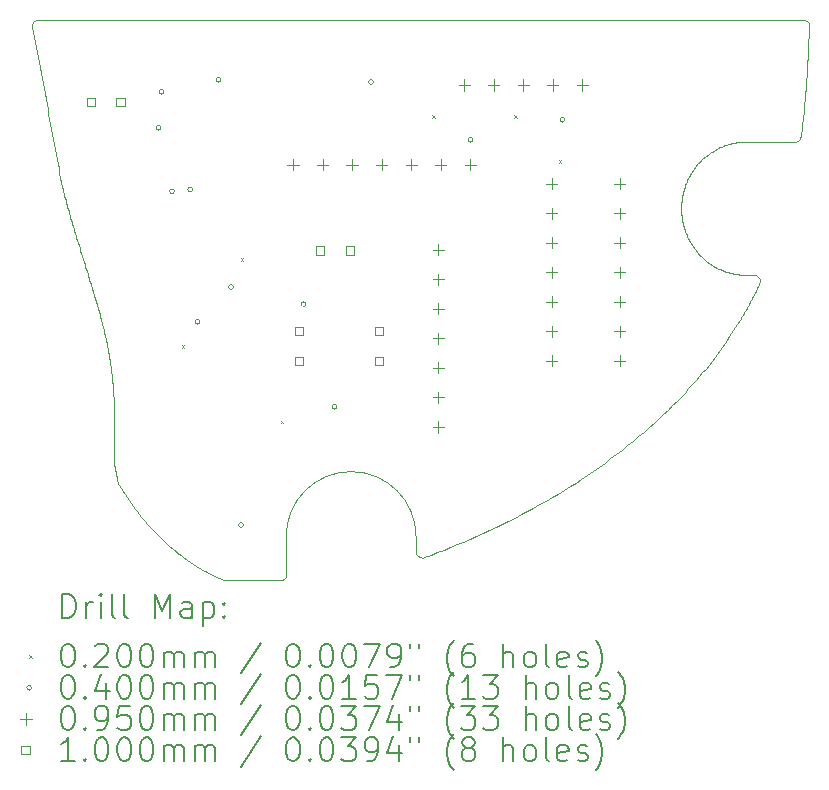
<source format=gbr>
%TF.GenerationSoftware,KiCad,Pcbnew,7.0.6*%
%TF.CreationDate,2023-07-13T14:40:29+02:00*%
%TF.ProjectId,RH_HeadLogicBoard_FreeJoy,52485f48-6561-4644-9c6f-676963426f61,rev?*%
%TF.SameCoordinates,Original*%
%TF.FileFunction,Drillmap*%
%TF.FilePolarity,Positive*%
%FSLAX45Y45*%
G04 Gerber Fmt 4.5, Leading zero omitted, Abs format (unit mm)*
G04 Created by KiCad (PCBNEW 7.0.6) date 2023-07-13 14:40:29*
%MOMM*%
%LPD*%
G01*
G04 APERTURE LIST*
%ADD10C,0.100000*%
%ADD11C,0.200000*%
%ADD12C,0.020000*%
%ADD13C,0.040000*%
%ADD14C,0.095000*%
G04 APERTURE END LIST*
D10*
X8632537Y-4079044D02*
X8626494Y-4087414D01*
X8619829Y-4093633D01*
X2748092Y-5747828D02*
X2750682Y-5759470D01*
X2753232Y-5771120D01*
X2755741Y-5782781D01*
X2758208Y-5794454D01*
X2760634Y-5806143D01*
X2763019Y-5817848D01*
X2763962Y-5822536D01*
X2568666Y-5122869D02*
X2575310Y-5144082D01*
X2581739Y-5164589D01*
X2587961Y-5184422D01*
X2593985Y-5203617D01*
X2599820Y-5222208D01*
X2605475Y-5240231D01*
X2610958Y-5257719D01*
X2616278Y-5274708D01*
X2621443Y-5291231D01*
X2626463Y-5307324D01*
X2631346Y-5323022D01*
X2636101Y-5338358D01*
X2640736Y-5353367D01*
X2645260Y-5368085D01*
X2649683Y-5382545D01*
X2654012Y-5396783D01*
X2658256Y-5410833D01*
X2662424Y-5424729D01*
X2666525Y-5438507D01*
X2670568Y-5452201D01*
X2674561Y-5465845D01*
X2678513Y-5479474D01*
X2682432Y-5493124D01*
X2686328Y-5506827D01*
X2690209Y-5520620D01*
X2694083Y-5534536D01*
X2697960Y-5548611D01*
X2701848Y-5562879D01*
X2705757Y-5577374D01*
X2709693Y-5592132D01*
X2713667Y-5607186D01*
X2717687Y-5622572D01*
X8175672Y-4104117D02*
X8160503Y-4104344D01*
X8145354Y-4105022D01*
X8130238Y-4106147D01*
X8115164Y-4107712D01*
X8100142Y-4109712D01*
X8085183Y-4112143D01*
X8070296Y-4114999D01*
X8055493Y-4118275D01*
X8040782Y-4121965D01*
X8026174Y-4126065D01*
X8011680Y-4130569D01*
X7997309Y-4135472D01*
X7983072Y-4140768D01*
X7968979Y-4146454D01*
X7955041Y-4152522D01*
X7941266Y-4158968D01*
X7927666Y-4165787D01*
X7914250Y-4172974D01*
X7901030Y-4180523D01*
X7888014Y-4188430D01*
X7875214Y-4196688D01*
X7862639Y-4205293D01*
X7850299Y-4214239D01*
X7838206Y-4223522D01*
X7826368Y-4233136D01*
X7814796Y-4243075D01*
X7803501Y-4253335D01*
X7792492Y-4263911D01*
X7781779Y-4274796D01*
X7771374Y-4285987D01*
X7761286Y-4297477D01*
X7751524Y-4309262D01*
X2918166Y-7090913D02*
X2935616Y-7116702D01*
X2953023Y-7141830D01*
X2970382Y-7166305D01*
X2987688Y-7190140D01*
X3004938Y-7213343D01*
X3022127Y-7235926D01*
X3039250Y-7257899D01*
X3056302Y-7279272D01*
X3073279Y-7300056D01*
X3090177Y-7320261D01*
X3106990Y-7339899D01*
X3123714Y-7358978D01*
X3140345Y-7377510D01*
X3156878Y-7395505D01*
X3173309Y-7412974D01*
X3189632Y-7429927D01*
X3205844Y-7446374D01*
X3221939Y-7462326D01*
X3237914Y-7477794D01*
X3253763Y-7492787D01*
X3269483Y-7507317D01*
X3285068Y-7521393D01*
X3300513Y-7535026D01*
X3315815Y-7548227D01*
X3330969Y-7561006D01*
X3345970Y-7573374D01*
X3360814Y-7585340D01*
X3375495Y-7596916D01*
X3390010Y-7608112D01*
X3404354Y-7618938D01*
X3418523Y-7629405D01*
X3432511Y-7639523D01*
X8243547Y-5233297D02*
X8253817Y-5234363D01*
X8262530Y-5237040D01*
X8175672Y-4104117D02*
X8589194Y-4104117D01*
X8693576Y-3085783D02*
X8700136Y-3093755D01*
X8704456Y-3101781D01*
X8243547Y-5233297D02*
X8175672Y-5233297D01*
X5410905Y-7622184D02*
X5401985Y-7616985D01*
X5395146Y-7610958D01*
X8262530Y-5237040D02*
X8271626Y-5241925D01*
X8278670Y-5247710D01*
X7751524Y-4309262D02*
X7741943Y-4321538D01*
X7732723Y-4334085D01*
X7723865Y-4346893D01*
X7715372Y-4359949D01*
X7707247Y-4373243D01*
X7699493Y-4386762D01*
X7692112Y-4400496D01*
X7685107Y-4414434D01*
X7678481Y-4428563D01*
X7672235Y-4442873D01*
X7666373Y-4457352D01*
X7660898Y-4471988D01*
X7655811Y-4486771D01*
X7651116Y-4501689D01*
X7646815Y-4516731D01*
X7642911Y-4531885D01*
X7639406Y-4547140D01*
X7636303Y-4562484D01*
X7633604Y-4577907D01*
X7631313Y-4593396D01*
X7629431Y-4608941D01*
X7627962Y-4624530D01*
X7626908Y-4640151D01*
X7626272Y-4655794D01*
X7626056Y-4671447D01*
X7626263Y-4687099D01*
X7626895Y-4702737D01*
X7627955Y-4718352D01*
X7629446Y-4733931D01*
X7631371Y-4749464D01*
X7633731Y-4764938D01*
X7636530Y-4780342D01*
X4281488Y-7448351D02*
X4281488Y-7769518D01*
X7636530Y-4780342D02*
X7639681Y-4795280D01*
X7643244Y-4810117D01*
X7647211Y-4824845D01*
X7651578Y-4839454D01*
X7656337Y-4853936D01*
X7661483Y-4868281D01*
X7667009Y-4882481D01*
X7672910Y-4896526D01*
X7679178Y-4910407D01*
X7685809Y-4924115D01*
X7692796Y-4937642D01*
X7700133Y-4950977D01*
X7707813Y-4964112D01*
X7715831Y-4977038D01*
X7724181Y-4989746D01*
X7732856Y-5002226D01*
X7741850Y-5014470D01*
X7751157Y-5026469D01*
X7760771Y-5038212D01*
X7770687Y-5049693D01*
X7780897Y-5060900D01*
X7791395Y-5071825D01*
X7802176Y-5082460D01*
X7813234Y-5092795D01*
X7824562Y-5102820D01*
X7836154Y-5112528D01*
X7848004Y-5121908D01*
X7860106Y-5130952D01*
X7872453Y-5139651D01*
X7885041Y-5147995D01*
X7897862Y-5155975D01*
X7910910Y-5163583D01*
X2132302Y-3111071D02*
X2135460Y-3101242D01*
X2139875Y-3093267D01*
X8638756Y-4060722D02*
X8642419Y-4032737D01*
X8645960Y-4004681D01*
X8649382Y-3976553D01*
X8652686Y-3948352D01*
X8655877Y-3920076D01*
X8658956Y-3891724D01*
X8661925Y-3863294D01*
X8664789Y-3834785D01*
X8667548Y-3806196D01*
X8670207Y-3777524D01*
X8672767Y-3748769D01*
X8675231Y-3719930D01*
X8677602Y-3691004D01*
X8679882Y-3661990D01*
X8682074Y-3632888D01*
X8684181Y-3603694D01*
X8686205Y-3574409D01*
X8688149Y-3545030D01*
X8690016Y-3515557D01*
X8691808Y-3485987D01*
X8693527Y-3456319D01*
X8695177Y-3426552D01*
X8696759Y-3396685D01*
X8698278Y-3366715D01*
X8699735Y-3336642D01*
X8701132Y-3306464D01*
X8702473Y-3276179D01*
X8703760Y-3245787D01*
X8704996Y-3215286D01*
X8706183Y-3184673D01*
X8707325Y-3153949D01*
X8708423Y-3123111D01*
X5429746Y-7626587D02*
X5419519Y-7625164D01*
X5410905Y-7622184D01*
X3432511Y-7639523D02*
X3440945Y-7645518D01*
X3449417Y-7651453D01*
X3457924Y-7657330D01*
X3466468Y-7663148D01*
X3475046Y-7668906D01*
X3483659Y-7674604D01*
X3492306Y-7680242D01*
X3500987Y-7685820D01*
X3509701Y-7691338D01*
X3518448Y-7696795D01*
X3527226Y-7702191D01*
X3536037Y-7707526D01*
X3544878Y-7712800D01*
X3553750Y-7718013D01*
X3562652Y-7723164D01*
X3571584Y-7728253D01*
X3580545Y-7733280D01*
X3589534Y-7738245D01*
X3598552Y-7743148D01*
X3607597Y-7747987D01*
X3616669Y-7752765D01*
X3625767Y-7757478D01*
X3634892Y-7762129D01*
X3644042Y-7766716D01*
X3653217Y-7771240D01*
X3662417Y-7775700D01*
X3671640Y-7780095D01*
X3680887Y-7784427D01*
X3690158Y-7788693D01*
X3699450Y-7792896D01*
X3708765Y-7797033D01*
X3718101Y-7801105D01*
X8677436Y-3075113D02*
X8686531Y-3079998D01*
X8693576Y-3085783D01*
X2132056Y-3130418D02*
X2139887Y-3172957D01*
X2147774Y-3215766D01*
X2155712Y-3258818D01*
X2163695Y-3302083D01*
X2171719Y-3345533D01*
X2179777Y-3389141D01*
X2187864Y-3432878D01*
X2195975Y-3476717D01*
X2204105Y-3520628D01*
X2212247Y-3564584D01*
X2220397Y-3608557D01*
X2228549Y-3652518D01*
X2236698Y-3696440D01*
X2244838Y-3740293D01*
X2252964Y-3784051D01*
X2261071Y-3827684D01*
X2269153Y-3871165D01*
X2277205Y-3914465D01*
X2285220Y-3957557D01*
X2293195Y-4000411D01*
X2301124Y-4043001D01*
X2309000Y-4085298D01*
X2316819Y-4127273D01*
X2324576Y-4168898D01*
X2332264Y-4210146D01*
X2339879Y-4250988D01*
X2347415Y-4291396D01*
X2354866Y-4331341D01*
X2362228Y-4370796D01*
X2369495Y-4409733D01*
X2376661Y-4448123D01*
X2383721Y-4485938D01*
X2776533Y-5888983D02*
X2778357Y-5899335D01*
X2780145Y-5909690D01*
X2781898Y-5920048D01*
X2783615Y-5930412D01*
X2785297Y-5940781D01*
X2786943Y-5951159D01*
X2788554Y-5961544D01*
X2790130Y-5971940D01*
X5381488Y-7448351D02*
G75*
G03*
X4281488Y-7448351I-550000J0D01*
G01*
X2153640Y-3079670D02*
X2162516Y-3075004D01*
X2166824Y-3073489D01*
X4281488Y-7769518D02*
X4280422Y-7779787D01*
X4277744Y-7788500D01*
X3718101Y-7801105D02*
X3727598Y-7805170D01*
X3737016Y-7809124D01*
X3746353Y-7812970D01*
X3755609Y-7816707D01*
X2860541Y-7001212D02*
X2856490Y-6993081D01*
X2763962Y-5822536D02*
X2766020Y-5832898D01*
X2768042Y-5843266D01*
X2770031Y-5853640D01*
X2771985Y-5864023D01*
X2773904Y-5874415D01*
X2775788Y-5884818D01*
X2776533Y-5888983D01*
X8605384Y-4101423D02*
X8595363Y-4103734D01*
X8589194Y-4104117D01*
X2824206Y-6828678D02*
X2823510Y-6823659D01*
X8292399Y-5293953D02*
X8289176Y-5303743D01*
X8288728Y-5304714D01*
X5384830Y-7594590D02*
X5382133Y-7584627D01*
X5381488Y-7576617D01*
X8293543Y-5282641D02*
X8292615Y-5292906D01*
X8292399Y-5293953D01*
X8289551Y-5263709D02*
X8292593Y-5273575D01*
X8293543Y-5282641D01*
X2856490Y-6993081D02*
X2853977Y-6984352D01*
X4126152Y-7819445D02*
X4137335Y-7819448D01*
X4147397Y-7819454D01*
X4159410Y-7819467D01*
X4170251Y-7819483D01*
X4180386Y-7819499D01*
X4192779Y-7819517D01*
X4203043Y-7819527D01*
X4214126Y-7819530D01*
X4217080Y-7819529D01*
X3774366Y-7820280D02*
X3785413Y-7820237D01*
X3796483Y-7820195D01*
X3807577Y-7820154D01*
X3818694Y-7820113D01*
X3829836Y-7820073D01*
X3841003Y-7820034D01*
X3852198Y-7819995D01*
X3863419Y-7819957D01*
X8619829Y-4093633D02*
X8611096Y-4099064D01*
X8605384Y-4101423D01*
X2383721Y-4485938D02*
X2388835Y-4505946D01*
X2393911Y-4525637D01*
X2398957Y-4545041D01*
X2403981Y-4564191D01*
X2408992Y-4583117D01*
X2413997Y-4601849D01*
X2419005Y-4620420D01*
X2424023Y-4638860D01*
X2429060Y-4657200D01*
X2434124Y-4675471D01*
X2439222Y-4693704D01*
X2444364Y-4711931D01*
X2449556Y-4730182D01*
X2454808Y-4748489D01*
X2460127Y-4766882D01*
X2465521Y-4785392D01*
X2470999Y-4804051D01*
X2476568Y-4822889D01*
X2482236Y-4841939D01*
X2488012Y-4861229D01*
X2493904Y-4880793D01*
X2499920Y-4900660D01*
X2506067Y-4920862D01*
X2512355Y-4941430D01*
X2518791Y-4962395D01*
X2525383Y-4983787D01*
X2532139Y-5005639D01*
X2539067Y-5027981D01*
X2546176Y-5050844D01*
X2553473Y-5074258D01*
X2560967Y-5098257D01*
X2568666Y-5122869D01*
X3764815Y-7819397D02*
X3755609Y-7816707D01*
X2132056Y-3130418D02*
X2131246Y-3120125D01*
X2132302Y-3111071D01*
X8704456Y-3101781D02*
X8707481Y-3111557D01*
X8707610Y-3112229D01*
X4241512Y-7818503D02*
X4231545Y-7819518D01*
X7910910Y-5163583D02*
X7926146Y-5171850D01*
X7941635Y-5179617D01*
X7957360Y-5186880D01*
X7973303Y-5193634D01*
X7989450Y-5199875D01*
X8005782Y-5205598D01*
X8022283Y-5210797D01*
X8038938Y-5215470D01*
X8055728Y-5219610D01*
X8072638Y-5223213D01*
X8089650Y-5226275D01*
X8106749Y-5228790D01*
X8123917Y-5230755D01*
X8141138Y-5232164D01*
X8158395Y-5233013D01*
X8175672Y-5233297D01*
X2809828Y-6131594D02*
X2811023Y-6144078D01*
X2812169Y-6156553D01*
X2813266Y-6169022D01*
X2814316Y-6181485D01*
X2815320Y-6193943D01*
X2816277Y-6206397D01*
X2817188Y-6218848D01*
X2818055Y-6231297D01*
X2818878Y-6243745D01*
X2819656Y-6256193D01*
X2820393Y-6268642D01*
X2821086Y-6281093D01*
X2821739Y-6293547D01*
X2822350Y-6306004D01*
X2822921Y-6318467D01*
X2823453Y-6330936D01*
X2823453Y-6330936D02*
X2824080Y-6347044D01*
X2824640Y-6363083D01*
X2825134Y-6379054D01*
X2825566Y-6394959D01*
X2825939Y-6410799D01*
X2826254Y-6426575D01*
X2826515Y-6442288D01*
X2826724Y-6457940D01*
X2826884Y-6473532D01*
X2826998Y-6489066D01*
X2827069Y-6504542D01*
X2827098Y-6519962D01*
X2827090Y-6535327D01*
X2827047Y-6550639D01*
X2826971Y-6565899D01*
X2826865Y-6581108D01*
X2826731Y-6596267D01*
X2826574Y-6611378D01*
X2826395Y-6626442D01*
X2826196Y-6641461D01*
X2825982Y-6656435D01*
X2825754Y-6671366D01*
X2825515Y-6686256D01*
X2825268Y-6701105D01*
X2825015Y-6715914D01*
X2824760Y-6730686D01*
X2824505Y-6745422D01*
X2824252Y-6760122D01*
X2824005Y-6774788D01*
X2823767Y-6789421D01*
X2823539Y-6804023D01*
X2823325Y-6818595D01*
X5381488Y-7448351D02*
X5381488Y-7576617D01*
X8707610Y-3112229D02*
X8708442Y-3122428D01*
X8708423Y-3123111D01*
X5448847Y-7623507D02*
X5504917Y-7602505D01*
X5560812Y-7581074D01*
X5616523Y-7559210D01*
X5672044Y-7536909D01*
X5727369Y-7514164D01*
X5782490Y-7490971D01*
X5837401Y-7467325D01*
X5892096Y-7443222D01*
X5946566Y-7418655D01*
X6000806Y-7393621D01*
X6054809Y-7368114D01*
X6108568Y-7342129D01*
X6162076Y-7315662D01*
X6215326Y-7288707D01*
X6268312Y-7261260D01*
X6321027Y-7233315D01*
X6373464Y-7204867D01*
X6425617Y-7175913D01*
X6477478Y-7146445D01*
X6529040Y-7116461D01*
X6580298Y-7085954D01*
X6631244Y-7054921D01*
X6681872Y-7023355D01*
X6732174Y-6991252D01*
X6782144Y-6958607D01*
X6831775Y-6925415D01*
X6881061Y-6891671D01*
X6929994Y-6857370D01*
X6978569Y-6822508D01*
X7026777Y-6787078D01*
X7074612Y-6751077D01*
X7122068Y-6714499D01*
X4078981Y-7819462D02*
X4089698Y-7819456D01*
X4100772Y-7819451D01*
X4111527Y-7819447D01*
X4122557Y-7819446D01*
X4126152Y-7819445D01*
X3774366Y-7820280D02*
X3764815Y-7819397D01*
X3863419Y-7819957D02*
X3877094Y-7819912D01*
X3887500Y-7819878D01*
X3898826Y-7819843D01*
X3910976Y-7819805D01*
X3923855Y-7819767D01*
X3937366Y-7819729D01*
X3951415Y-7819691D01*
X3965904Y-7819654D01*
X3980740Y-7819618D01*
X3995825Y-7819584D01*
X4011064Y-7819553D01*
X4026362Y-7819525D01*
X4041622Y-7819501D01*
X4056749Y-7819482D01*
X4071647Y-7819467D01*
X4078981Y-7819462D01*
X2717687Y-5622572D02*
X2720706Y-5634252D01*
X2723692Y-5645940D01*
X2726643Y-5657637D01*
X2729560Y-5669345D01*
X2732442Y-5681066D01*
X2735288Y-5692802D01*
X2738099Y-5704555D01*
X2740874Y-5716328D01*
X2743612Y-5728121D01*
X2746312Y-5739937D01*
X2748092Y-5747828D01*
X2823510Y-6823659D02*
X2823325Y-6818595D01*
X2860541Y-7001212D02*
X2865979Y-7009985D01*
X2871410Y-7018682D01*
X2876834Y-7027303D01*
X2882251Y-7035848D01*
X2887660Y-7044318D01*
X2894861Y-7055494D01*
X2902048Y-7066539D01*
X2909221Y-7077453D01*
X2916379Y-7088237D01*
X2918166Y-7090913D01*
X8100198Y-5650882D02*
X8107718Y-5638687D01*
X8115042Y-5626740D01*
X8122179Y-5615025D01*
X8129140Y-5603527D01*
X8135932Y-5592229D01*
X8142566Y-5581115D01*
X8149049Y-5570170D01*
X8155391Y-5559378D01*
X8161601Y-5548722D01*
X8167688Y-5538187D01*
X8173661Y-5527757D01*
X8179529Y-5517416D01*
X8185301Y-5507147D01*
X8190986Y-5496936D01*
X8196593Y-5486766D01*
X8202131Y-5476621D01*
X8207610Y-5466485D01*
X8213037Y-5456342D01*
X8218422Y-5446177D01*
X8223775Y-5435973D01*
X8229104Y-5425714D01*
X8234418Y-5415385D01*
X8239726Y-5404970D01*
X8245037Y-5394452D01*
X8250361Y-5383816D01*
X8255706Y-5373046D01*
X8261081Y-5362126D01*
X8266496Y-5351039D01*
X8271959Y-5339771D01*
X8277479Y-5328304D01*
X8283066Y-5316624D01*
X8288728Y-5304714D01*
X2139875Y-3093267D02*
X2146528Y-3085372D01*
X2153640Y-3079670D01*
X2166824Y-3073489D02*
X2176668Y-3071578D01*
X2181230Y-3071369D01*
X2790130Y-5971940D02*
X2791607Y-5981912D01*
X2793051Y-5991882D01*
X2794461Y-6001850D01*
X2795837Y-6011817D01*
X2797180Y-6021784D01*
X2798491Y-6031752D01*
X2799768Y-6041720D01*
X2801013Y-6051690D01*
X2802226Y-6061663D01*
X2803406Y-6071638D01*
X2804555Y-6081618D01*
X2805672Y-6091601D01*
X2806757Y-6101590D01*
X2807812Y-6111585D01*
X2808835Y-6121586D01*
X2809828Y-6131594D01*
X4251076Y-7815521D02*
X4241512Y-7818503D01*
X8278670Y-5247710D02*
X8285230Y-5255683D01*
X8289551Y-5263709D01*
X4267074Y-7804641D02*
X4259102Y-7811201D01*
X4251076Y-7815521D01*
X2824206Y-6828678D02*
X2826988Y-6843252D01*
X2829773Y-6857831D01*
X2832559Y-6872416D01*
X2835347Y-6887006D01*
X2838137Y-6901600D01*
X2840928Y-6916197D01*
X2843722Y-6930798D01*
X2846517Y-6945401D01*
X2849313Y-6960006D01*
X2852111Y-6974613D01*
X2853977Y-6984352D01*
X8658453Y-3071369D02*
X8668722Y-3072435D01*
X8677436Y-3075113D01*
X4217080Y-7819529D02*
X4227216Y-7819522D01*
X4231545Y-7819518D01*
X5395146Y-7610958D02*
X5388868Y-7602762D01*
X5384830Y-7594590D01*
X7122068Y-6714499D02*
X7170940Y-6675898D01*
X7218422Y-6637447D01*
X7264536Y-6599165D01*
X7309301Y-6561072D01*
X7352740Y-6523188D01*
X7394872Y-6485532D01*
X7435719Y-6448124D01*
X7475301Y-6410983D01*
X7513640Y-6374129D01*
X7550756Y-6337583D01*
X7586671Y-6301362D01*
X7621404Y-6265488D01*
X7654977Y-6229979D01*
X7687411Y-6194856D01*
X7718727Y-6160137D01*
X7748945Y-6125843D01*
X7778086Y-6091993D01*
X7806171Y-6058607D01*
X7833222Y-6025704D01*
X7859259Y-5993304D01*
X7884302Y-5961427D01*
X7908373Y-5930092D01*
X7931493Y-5899319D01*
X7953682Y-5869127D01*
X7974961Y-5839537D01*
X7995352Y-5810567D01*
X8014875Y-5782237D01*
X8033550Y-5754568D01*
X8051399Y-5727578D01*
X8068443Y-5701287D01*
X8084703Y-5675716D01*
X8100198Y-5650882D01*
X4277744Y-7788500D02*
X4272859Y-7797596D01*
X4267074Y-7804641D01*
X5448847Y-7623507D02*
X5438846Y-7626073D01*
X5429746Y-7626587D01*
X8638756Y-4060722D02*
X8636342Y-4070760D01*
X8632537Y-4079044D01*
X8658453Y-3071369D02*
X2181230Y-3071369D01*
D11*
D12*
X3400000Y-5830000D02*
X3420000Y-5850000D01*
X3420000Y-5830000D02*
X3400000Y-5850000D01*
X3896500Y-5093500D02*
X3916500Y-5113500D01*
X3916500Y-5093500D02*
X3896500Y-5113500D01*
X4237550Y-6467550D02*
X4257550Y-6487550D01*
X4257550Y-6467550D02*
X4237550Y-6487550D01*
X5517677Y-3880677D02*
X5537677Y-3900677D01*
X5537677Y-3880677D02*
X5517677Y-3900677D01*
X6214000Y-3881000D02*
X6234000Y-3901000D01*
X6234000Y-3881000D02*
X6214000Y-3901000D01*
X6587569Y-4262485D02*
X6607569Y-4282485D01*
X6607569Y-4262485D02*
X6587569Y-4282485D01*
D13*
X3220400Y-3987800D02*
G75*
G03*
X3220400Y-3987800I-20000J0D01*
G01*
X3245800Y-3683000D02*
G75*
G03*
X3245800Y-3683000I-20000J0D01*
G01*
X3335000Y-4525000D02*
G75*
G03*
X3335000Y-4525000I-20000J0D01*
G01*
X3490000Y-4511000D02*
G75*
G03*
X3490000Y-4511000I-20000J0D01*
G01*
X3550000Y-5630000D02*
G75*
G03*
X3550000Y-5630000I-20000J0D01*
G01*
X3728400Y-3581400D02*
G75*
G03*
X3728400Y-3581400I-20000J0D01*
G01*
X3835000Y-5335000D02*
G75*
G03*
X3835000Y-5335000I-20000J0D01*
G01*
X3920000Y-7350000D02*
G75*
G03*
X3920000Y-7350000I-20000J0D01*
G01*
X4450000Y-5480000D02*
G75*
G03*
X4450000Y-5480000I-20000J0D01*
G01*
X4710000Y-6350000D02*
G75*
G03*
X4710000Y-6350000I-20000J0D01*
G01*
X5020000Y-3600000D02*
G75*
G03*
X5020000Y-3600000I-20000J0D01*
G01*
X5862000Y-4089400D02*
G75*
G03*
X5862000Y-4089400I-20000J0D01*
G01*
X6640000Y-3920000D02*
G75*
G03*
X6640000Y-3920000I-20000J0D01*
G01*
D14*
X4340000Y-4252500D02*
X4340000Y-4347500D01*
X4292500Y-4300000D02*
X4387500Y-4300000D01*
X4590000Y-4252500D02*
X4590000Y-4347500D01*
X4542500Y-4300000D02*
X4637500Y-4300000D01*
X4840000Y-4252500D02*
X4840000Y-4347500D01*
X4792500Y-4300000D02*
X4887500Y-4300000D01*
X5090000Y-4252500D02*
X5090000Y-4347500D01*
X5042500Y-4300000D02*
X5137500Y-4300000D01*
X5340000Y-4252500D02*
X5340000Y-4347500D01*
X5292500Y-4300000D02*
X5387500Y-4300000D01*
X5570000Y-4972500D02*
X5570000Y-5067500D01*
X5522500Y-5020000D02*
X5617500Y-5020000D01*
X5570000Y-5222500D02*
X5570000Y-5317500D01*
X5522500Y-5270000D02*
X5617500Y-5270000D01*
X5570000Y-5472500D02*
X5570000Y-5567500D01*
X5522500Y-5520000D02*
X5617500Y-5520000D01*
X5570000Y-5722500D02*
X5570000Y-5817500D01*
X5522500Y-5770000D02*
X5617500Y-5770000D01*
X5570000Y-5972500D02*
X5570000Y-6067500D01*
X5522500Y-6020000D02*
X5617500Y-6020000D01*
X5570000Y-6222500D02*
X5570000Y-6317500D01*
X5522500Y-6270000D02*
X5617500Y-6270000D01*
X5570000Y-6472500D02*
X5570000Y-6567500D01*
X5522500Y-6520000D02*
X5617500Y-6520000D01*
X5590000Y-4252500D02*
X5590000Y-4347500D01*
X5542500Y-4300000D02*
X5637500Y-4300000D01*
X5790000Y-3577500D02*
X5790000Y-3672500D01*
X5742500Y-3625000D02*
X5837500Y-3625000D01*
X5840000Y-4252500D02*
X5840000Y-4347500D01*
X5792500Y-4300000D02*
X5887500Y-4300000D01*
X6040000Y-3577500D02*
X6040000Y-3672500D01*
X5992500Y-3625000D02*
X6087500Y-3625000D01*
X6290000Y-3577500D02*
X6290000Y-3672500D01*
X6242500Y-3625000D02*
X6337500Y-3625000D01*
X6530000Y-4412500D02*
X6530000Y-4507500D01*
X6482500Y-4460000D02*
X6577500Y-4460000D01*
X6530000Y-4662500D02*
X6530000Y-4757500D01*
X6482500Y-4710000D02*
X6577500Y-4710000D01*
X6530000Y-4912500D02*
X6530000Y-5007500D01*
X6482500Y-4960000D02*
X6577500Y-4960000D01*
X6530000Y-5162500D02*
X6530000Y-5257500D01*
X6482500Y-5210000D02*
X6577500Y-5210000D01*
X6530000Y-5412500D02*
X6530000Y-5507500D01*
X6482500Y-5460000D02*
X6577500Y-5460000D01*
X6530000Y-5662500D02*
X6530000Y-5757500D01*
X6482500Y-5710000D02*
X6577500Y-5710000D01*
X6530000Y-5912500D02*
X6530000Y-6007500D01*
X6482500Y-5960000D02*
X6577500Y-5960000D01*
X6540000Y-3577500D02*
X6540000Y-3672500D01*
X6492500Y-3625000D02*
X6587500Y-3625000D01*
X6790000Y-3577500D02*
X6790000Y-3672500D01*
X6742500Y-3625000D02*
X6837500Y-3625000D01*
X7105000Y-4412500D02*
X7105000Y-4507500D01*
X7057500Y-4460000D02*
X7152500Y-4460000D01*
X7105000Y-4662500D02*
X7105000Y-4757500D01*
X7057500Y-4710000D02*
X7152500Y-4710000D01*
X7105000Y-4912500D02*
X7105000Y-5007500D01*
X7057500Y-4960000D02*
X7152500Y-4960000D01*
X7105000Y-5162500D02*
X7105000Y-5257500D01*
X7057500Y-5210000D02*
X7152500Y-5210000D01*
X7105000Y-5412500D02*
X7105000Y-5507500D01*
X7057500Y-5460000D02*
X7152500Y-5460000D01*
X7105000Y-5662500D02*
X7105000Y-5757500D01*
X7057500Y-5710000D02*
X7152500Y-5710000D01*
X7105000Y-5912500D02*
X7105000Y-6007500D01*
X7057500Y-5960000D02*
X7152500Y-5960000D01*
D10*
X2665356Y-3802856D02*
X2665356Y-3732144D01*
X2594644Y-3732144D01*
X2594644Y-3802856D01*
X2665356Y-3802856D01*
X2915356Y-3802856D02*
X2915356Y-3732144D01*
X2844644Y-3732144D01*
X2844644Y-3802856D01*
X2915356Y-3802856D01*
X4425356Y-5745356D02*
X4425356Y-5674644D01*
X4354644Y-5674644D01*
X4354644Y-5745356D01*
X4425356Y-5745356D01*
X4425356Y-5995356D02*
X4425356Y-5924644D01*
X4354644Y-5924644D01*
X4354644Y-5995356D01*
X4425356Y-5995356D01*
X4605356Y-5062856D02*
X4605356Y-4992144D01*
X4534644Y-4992144D01*
X4534644Y-5062856D01*
X4605356Y-5062856D01*
X4855356Y-5062856D02*
X4855356Y-4992144D01*
X4784644Y-4992144D01*
X4784644Y-5062856D01*
X4855356Y-5062856D01*
X5105356Y-5745356D02*
X5105356Y-5674644D01*
X5034644Y-5674644D01*
X5034644Y-5745356D01*
X5105356Y-5745356D01*
X5105356Y-5995356D02*
X5105356Y-5924644D01*
X5034644Y-5924644D01*
X5034644Y-5995356D01*
X5105356Y-5995356D01*
D11*
X2386654Y-8136776D02*
X2386654Y-7936776D01*
X2386654Y-7936776D02*
X2434273Y-7936776D01*
X2434273Y-7936776D02*
X2462845Y-7946300D01*
X2462845Y-7946300D02*
X2481892Y-7965348D01*
X2481892Y-7965348D02*
X2491416Y-7984395D01*
X2491416Y-7984395D02*
X2500940Y-8022490D01*
X2500940Y-8022490D02*
X2500940Y-8051062D01*
X2500940Y-8051062D02*
X2491416Y-8089157D01*
X2491416Y-8089157D02*
X2481892Y-8108205D01*
X2481892Y-8108205D02*
X2462845Y-8127252D01*
X2462845Y-8127252D02*
X2434273Y-8136776D01*
X2434273Y-8136776D02*
X2386654Y-8136776D01*
X2586654Y-8136776D02*
X2586654Y-8003443D01*
X2586654Y-8041538D02*
X2596178Y-8022490D01*
X2596178Y-8022490D02*
X2605702Y-8012967D01*
X2605702Y-8012967D02*
X2624749Y-8003443D01*
X2624749Y-8003443D02*
X2643797Y-8003443D01*
X2710464Y-8136776D02*
X2710464Y-8003443D01*
X2710464Y-7936776D02*
X2700940Y-7946300D01*
X2700940Y-7946300D02*
X2710464Y-7955824D01*
X2710464Y-7955824D02*
X2719988Y-7946300D01*
X2719988Y-7946300D02*
X2710464Y-7936776D01*
X2710464Y-7936776D02*
X2710464Y-7955824D01*
X2834273Y-8136776D02*
X2815226Y-8127252D01*
X2815226Y-8127252D02*
X2805702Y-8108205D01*
X2805702Y-8108205D02*
X2805702Y-7936776D01*
X2939035Y-8136776D02*
X2919987Y-8127252D01*
X2919987Y-8127252D02*
X2910464Y-8108205D01*
X2910464Y-8108205D02*
X2910464Y-7936776D01*
X3167607Y-8136776D02*
X3167607Y-7936776D01*
X3167607Y-7936776D02*
X3234273Y-8079633D01*
X3234273Y-8079633D02*
X3300940Y-7936776D01*
X3300940Y-7936776D02*
X3300940Y-8136776D01*
X3481892Y-8136776D02*
X3481892Y-8032014D01*
X3481892Y-8032014D02*
X3472368Y-8012967D01*
X3472368Y-8012967D02*
X3453321Y-8003443D01*
X3453321Y-8003443D02*
X3415226Y-8003443D01*
X3415226Y-8003443D02*
X3396178Y-8012967D01*
X3481892Y-8127252D02*
X3462845Y-8136776D01*
X3462845Y-8136776D02*
X3415226Y-8136776D01*
X3415226Y-8136776D02*
X3396178Y-8127252D01*
X3396178Y-8127252D02*
X3386654Y-8108205D01*
X3386654Y-8108205D02*
X3386654Y-8089157D01*
X3386654Y-8089157D02*
X3396178Y-8070109D01*
X3396178Y-8070109D02*
X3415226Y-8060586D01*
X3415226Y-8060586D02*
X3462845Y-8060586D01*
X3462845Y-8060586D02*
X3481892Y-8051062D01*
X3577130Y-8003443D02*
X3577130Y-8203443D01*
X3577130Y-8012967D02*
X3596178Y-8003443D01*
X3596178Y-8003443D02*
X3634273Y-8003443D01*
X3634273Y-8003443D02*
X3653321Y-8012967D01*
X3653321Y-8012967D02*
X3662845Y-8022490D01*
X3662845Y-8022490D02*
X3672368Y-8041538D01*
X3672368Y-8041538D02*
X3672368Y-8098681D01*
X3672368Y-8098681D02*
X3662845Y-8117728D01*
X3662845Y-8117728D02*
X3653321Y-8127252D01*
X3653321Y-8127252D02*
X3634273Y-8136776D01*
X3634273Y-8136776D02*
X3596178Y-8136776D01*
X3596178Y-8136776D02*
X3577130Y-8127252D01*
X3758083Y-8117728D02*
X3767607Y-8127252D01*
X3767607Y-8127252D02*
X3758083Y-8136776D01*
X3758083Y-8136776D02*
X3748559Y-8127252D01*
X3748559Y-8127252D02*
X3758083Y-8117728D01*
X3758083Y-8117728D02*
X3758083Y-8136776D01*
X3758083Y-8012967D02*
X3767607Y-8022490D01*
X3767607Y-8022490D02*
X3758083Y-8032014D01*
X3758083Y-8032014D02*
X3748559Y-8022490D01*
X3748559Y-8022490D02*
X3758083Y-8012967D01*
X3758083Y-8012967D02*
X3758083Y-8032014D01*
D12*
X2105877Y-8455292D02*
X2125877Y-8475292D01*
X2125877Y-8455292D02*
X2105877Y-8475292D01*
D11*
X2424749Y-8356776D02*
X2443797Y-8356776D01*
X2443797Y-8356776D02*
X2462845Y-8366300D01*
X2462845Y-8366300D02*
X2472369Y-8375824D01*
X2472369Y-8375824D02*
X2481892Y-8394871D01*
X2481892Y-8394871D02*
X2491416Y-8432967D01*
X2491416Y-8432967D02*
X2491416Y-8480586D01*
X2491416Y-8480586D02*
X2481892Y-8518681D01*
X2481892Y-8518681D02*
X2472369Y-8537729D01*
X2472369Y-8537729D02*
X2462845Y-8547252D01*
X2462845Y-8547252D02*
X2443797Y-8556776D01*
X2443797Y-8556776D02*
X2424749Y-8556776D01*
X2424749Y-8556776D02*
X2405702Y-8547252D01*
X2405702Y-8547252D02*
X2396178Y-8537729D01*
X2396178Y-8537729D02*
X2386654Y-8518681D01*
X2386654Y-8518681D02*
X2377130Y-8480586D01*
X2377130Y-8480586D02*
X2377130Y-8432967D01*
X2377130Y-8432967D02*
X2386654Y-8394871D01*
X2386654Y-8394871D02*
X2396178Y-8375824D01*
X2396178Y-8375824D02*
X2405702Y-8366300D01*
X2405702Y-8366300D02*
X2424749Y-8356776D01*
X2577130Y-8537729D02*
X2586654Y-8547252D01*
X2586654Y-8547252D02*
X2577130Y-8556776D01*
X2577130Y-8556776D02*
X2567607Y-8547252D01*
X2567607Y-8547252D02*
X2577130Y-8537729D01*
X2577130Y-8537729D02*
X2577130Y-8556776D01*
X2662845Y-8375824D02*
X2672369Y-8366300D01*
X2672369Y-8366300D02*
X2691416Y-8356776D01*
X2691416Y-8356776D02*
X2739035Y-8356776D01*
X2739035Y-8356776D02*
X2758083Y-8366300D01*
X2758083Y-8366300D02*
X2767607Y-8375824D01*
X2767607Y-8375824D02*
X2777130Y-8394871D01*
X2777130Y-8394871D02*
X2777130Y-8413919D01*
X2777130Y-8413919D02*
X2767607Y-8442490D01*
X2767607Y-8442490D02*
X2653321Y-8556776D01*
X2653321Y-8556776D02*
X2777130Y-8556776D01*
X2900940Y-8356776D02*
X2919988Y-8356776D01*
X2919988Y-8356776D02*
X2939035Y-8366300D01*
X2939035Y-8366300D02*
X2948559Y-8375824D01*
X2948559Y-8375824D02*
X2958083Y-8394871D01*
X2958083Y-8394871D02*
X2967607Y-8432967D01*
X2967607Y-8432967D02*
X2967607Y-8480586D01*
X2967607Y-8480586D02*
X2958083Y-8518681D01*
X2958083Y-8518681D02*
X2948559Y-8537729D01*
X2948559Y-8537729D02*
X2939035Y-8547252D01*
X2939035Y-8547252D02*
X2919988Y-8556776D01*
X2919988Y-8556776D02*
X2900940Y-8556776D01*
X2900940Y-8556776D02*
X2881892Y-8547252D01*
X2881892Y-8547252D02*
X2872368Y-8537729D01*
X2872368Y-8537729D02*
X2862845Y-8518681D01*
X2862845Y-8518681D02*
X2853321Y-8480586D01*
X2853321Y-8480586D02*
X2853321Y-8432967D01*
X2853321Y-8432967D02*
X2862845Y-8394871D01*
X2862845Y-8394871D02*
X2872368Y-8375824D01*
X2872368Y-8375824D02*
X2881892Y-8366300D01*
X2881892Y-8366300D02*
X2900940Y-8356776D01*
X3091416Y-8356776D02*
X3110464Y-8356776D01*
X3110464Y-8356776D02*
X3129511Y-8366300D01*
X3129511Y-8366300D02*
X3139035Y-8375824D01*
X3139035Y-8375824D02*
X3148559Y-8394871D01*
X3148559Y-8394871D02*
X3158083Y-8432967D01*
X3158083Y-8432967D02*
X3158083Y-8480586D01*
X3158083Y-8480586D02*
X3148559Y-8518681D01*
X3148559Y-8518681D02*
X3139035Y-8537729D01*
X3139035Y-8537729D02*
X3129511Y-8547252D01*
X3129511Y-8547252D02*
X3110464Y-8556776D01*
X3110464Y-8556776D02*
X3091416Y-8556776D01*
X3091416Y-8556776D02*
X3072368Y-8547252D01*
X3072368Y-8547252D02*
X3062845Y-8537729D01*
X3062845Y-8537729D02*
X3053321Y-8518681D01*
X3053321Y-8518681D02*
X3043797Y-8480586D01*
X3043797Y-8480586D02*
X3043797Y-8432967D01*
X3043797Y-8432967D02*
X3053321Y-8394871D01*
X3053321Y-8394871D02*
X3062845Y-8375824D01*
X3062845Y-8375824D02*
X3072368Y-8366300D01*
X3072368Y-8366300D02*
X3091416Y-8356776D01*
X3243797Y-8556776D02*
X3243797Y-8423443D01*
X3243797Y-8442490D02*
X3253321Y-8432967D01*
X3253321Y-8432967D02*
X3272368Y-8423443D01*
X3272368Y-8423443D02*
X3300940Y-8423443D01*
X3300940Y-8423443D02*
X3319988Y-8432967D01*
X3319988Y-8432967D02*
X3329511Y-8452014D01*
X3329511Y-8452014D02*
X3329511Y-8556776D01*
X3329511Y-8452014D02*
X3339035Y-8432967D01*
X3339035Y-8432967D02*
X3358083Y-8423443D01*
X3358083Y-8423443D02*
X3386654Y-8423443D01*
X3386654Y-8423443D02*
X3405702Y-8432967D01*
X3405702Y-8432967D02*
X3415226Y-8452014D01*
X3415226Y-8452014D02*
X3415226Y-8556776D01*
X3510464Y-8556776D02*
X3510464Y-8423443D01*
X3510464Y-8442490D02*
X3519988Y-8432967D01*
X3519988Y-8432967D02*
X3539035Y-8423443D01*
X3539035Y-8423443D02*
X3567607Y-8423443D01*
X3567607Y-8423443D02*
X3586654Y-8432967D01*
X3586654Y-8432967D02*
X3596178Y-8452014D01*
X3596178Y-8452014D02*
X3596178Y-8556776D01*
X3596178Y-8452014D02*
X3605702Y-8432967D01*
X3605702Y-8432967D02*
X3624749Y-8423443D01*
X3624749Y-8423443D02*
X3653321Y-8423443D01*
X3653321Y-8423443D02*
X3672369Y-8432967D01*
X3672369Y-8432967D02*
X3681892Y-8452014D01*
X3681892Y-8452014D02*
X3681892Y-8556776D01*
X4072369Y-8347252D02*
X3900940Y-8604395D01*
X4329512Y-8356776D02*
X4348559Y-8356776D01*
X4348559Y-8356776D02*
X4367607Y-8366300D01*
X4367607Y-8366300D02*
X4377131Y-8375824D01*
X4377131Y-8375824D02*
X4386654Y-8394871D01*
X4386654Y-8394871D02*
X4396178Y-8432967D01*
X4396178Y-8432967D02*
X4396178Y-8480586D01*
X4396178Y-8480586D02*
X4386654Y-8518681D01*
X4386654Y-8518681D02*
X4377131Y-8537729D01*
X4377131Y-8537729D02*
X4367607Y-8547252D01*
X4367607Y-8547252D02*
X4348559Y-8556776D01*
X4348559Y-8556776D02*
X4329512Y-8556776D01*
X4329512Y-8556776D02*
X4310464Y-8547252D01*
X4310464Y-8547252D02*
X4300940Y-8537729D01*
X4300940Y-8537729D02*
X4291416Y-8518681D01*
X4291416Y-8518681D02*
X4281893Y-8480586D01*
X4281893Y-8480586D02*
X4281893Y-8432967D01*
X4281893Y-8432967D02*
X4291416Y-8394871D01*
X4291416Y-8394871D02*
X4300940Y-8375824D01*
X4300940Y-8375824D02*
X4310464Y-8366300D01*
X4310464Y-8366300D02*
X4329512Y-8356776D01*
X4481893Y-8537729D02*
X4491416Y-8547252D01*
X4491416Y-8547252D02*
X4481893Y-8556776D01*
X4481893Y-8556776D02*
X4472369Y-8547252D01*
X4472369Y-8547252D02*
X4481893Y-8537729D01*
X4481893Y-8537729D02*
X4481893Y-8556776D01*
X4615226Y-8356776D02*
X4634274Y-8356776D01*
X4634274Y-8356776D02*
X4653321Y-8366300D01*
X4653321Y-8366300D02*
X4662845Y-8375824D01*
X4662845Y-8375824D02*
X4672369Y-8394871D01*
X4672369Y-8394871D02*
X4681893Y-8432967D01*
X4681893Y-8432967D02*
X4681893Y-8480586D01*
X4681893Y-8480586D02*
X4672369Y-8518681D01*
X4672369Y-8518681D02*
X4662845Y-8537729D01*
X4662845Y-8537729D02*
X4653321Y-8547252D01*
X4653321Y-8547252D02*
X4634274Y-8556776D01*
X4634274Y-8556776D02*
X4615226Y-8556776D01*
X4615226Y-8556776D02*
X4596178Y-8547252D01*
X4596178Y-8547252D02*
X4586654Y-8537729D01*
X4586654Y-8537729D02*
X4577131Y-8518681D01*
X4577131Y-8518681D02*
X4567607Y-8480586D01*
X4567607Y-8480586D02*
X4567607Y-8432967D01*
X4567607Y-8432967D02*
X4577131Y-8394871D01*
X4577131Y-8394871D02*
X4586654Y-8375824D01*
X4586654Y-8375824D02*
X4596178Y-8366300D01*
X4596178Y-8366300D02*
X4615226Y-8356776D01*
X4805702Y-8356776D02*
X4824750Y-8356776D01*
X4824750Y-8356776D02*
X4843797Y-8366300D01*
X4843797Y-8366300D02*
X4853321Y-8375824D01*
X4853321Y-8375824D02*
X4862845Y-8394871D01*
X4862845Y-8394871D02*
X4872369Y-8432967D01*
X4872369Y-8432967D02*
X4872369Y-8480586D01*
X4872369Y-8480586D02*
X4862845Y-8518681D01*
X4862845Y-8518681D02*
X4853321Y-8537729D01*
X4853321Y-8537729D02*
X4843797Y-8547252D01*
X4843797Y-8547252D02*
X4824750Y-8556776D01*
X4824750Y-8556776D02*
X4805702Y-8556776D01*
X4805702Y-8556776D02*
X4786654Y-8547252D01*
X4786654Y-8547252D02*
X4777131Y-8537729D01*
X4777131Y-8537729D02*
X4767607Y-8518681D01*
X4767607Y-8518681D02*
X4758083Y-8480586D01*
X4758083Y-8480586D02*
X4758083Y-8432967D01*
X4758083Y-8432967D02*
X4767607Y-8394871D01*
X4767607Y-8394871D02*
X4777131Y-8375824D01*
X4777131Y-8375824D02*
X4786654Y-8366300D01*
X4786654Y-8366300D02*
X4805702Y-8356776D01*
X4939035Y-8356776D02*
X5072369Y-8356776D01*
X5072369Y-8356776D02*
X4986654Y-8556776D01*
X5158083Y-8556776D02*
X5196178Y-8556776D01*
X5196178Y-8556776D02*
X5215226Y-8547252D01*
X5215226Y-8547252D02*
X5224750Y-8537729D01*
X5224750Y-8537729D02*
X5243797Y-8509157D01*
X5243797Y-8509157D02*
X5253321Y-8471062D01*
X5253321Y-8471062D02*
X5253321Y-8394871D01*
X5253321Y-8394871D02*
X5243797Y-8375824D01*
X5243797Y-8375824D02*
X5234274Y-8366300D01*
X5234274Y-8366300D02*
X5215226Y-8356776D01*
X5215226Y-8356776D02*
X5177131Y-8356776D01*
X5177131Y-8356776D02*
X5158083Y-8366300D01*
X5158083Y-8366300D02*
X5148559Y-8375824D01*
X5148559Y-8375824D02*
X5139035Y-8394871D01*
X5139035Y-8394871D02*
X5139035Y-8442490D01*
X5139035Y-8442490D02*
X5148559Y-8461538D01*
X5148559Y-8461538D02*
X5158083Y-8471062D01*
X5158083Y-8471062D02*
X5177131Y-8480586D01*
X5177131Y-8480586D02*
X5215226Y-8480586D01*
X5215226Y-8480586D02*
X5234274Y-8471062D01*
X5234274Y-8471062D02*
X5243797Y-8461538D01*
X5243797Y-8461538D02*
X5253321Y-8442490D01*
X5329512Y-8356776D02*
X5329512Y-8394871D01*
X5405702Y-8356776D02*
X5405702Y-8394871D01*
X5700940Y-8632967D02*
X5691416Y-8623443D01*
X5691416Y-8623443D02*
X5672369Y-8594871D01*
X5672369Y-8594871D02*
X5662845Y-8575824D01*
X5662845Y-8575824D02*
X5653321Y-8547252D01*
X5653321Y-8547252D02*
X5643797Y-8499633D01*
X5643797Y-8499633D02*
X5643797Y-8461538D01*
X5643797Y-8461538D02*
X5653321Y-8413919D01*
X5653321Y-8413919D02*
X5662845Y-8385348D01*
X5662845Y-8385348D02*
X5672369Y-8366300D01*
X5672369Y-8366300D02*
X5691416Y-8337728D01*
X5691416Y-8337728D02*
X5700940Y-8328205D01*
X5862845Y-8356776D02*
X5824750Y-8356776D01*
X5824750Y-8356776D02*
X5805702Y-8366300D01*
X5805702Y-8366300D02*
X5796178Y-8375824D01*
X5796178Y-8375824D02*
X5777131Y-8404395D01*
X5777131Y-8404395D02*
X5767607Y-8442490D01*
X5767607Y-8442490D02*
X5767607Y-8518681D01*
X5767607Y-8518681D02*
X5777131Y-8537729D01*
X5777131Y-8537729D02*
X5786654Y-8547252D01*
X5786654Y-8547252D02*
X5805702Y-8556776D01*
X5805702Y-8556776D02*
X5843797Y-8556776D01*
X5843797Y-8556776D02*
X5862845Y-8547252D01*
X5862845Y-8547252D02*
X5872369Y-8537729D01*
X5872369Y-8537729D02*
X5881893Y-8518681D01*
X5881893Y-8518681D02*
X5881893Y-8471062D01*
X5881893Y-8471062D02*
X5872369Y-8452014D01*
X5872369Y-8452014D02*
X5862845Y-8442490D01*
X5862845Y-8442490D02*
X5843797Y-8432967D01*
X5843797Y-8432967D02*
X5805702Y-8432967D01*
X5805702Y-8432967D02*
X5786654Y-8442490D01*
X5786654Y-8442490D02*
X5777131Y-8452014D01*
X5777131Y-8452014D02*
X5767607Y-8471062D01*
X6119988Y-8556776D02*
X6119988Y-8356776D01*
X6205702Y-8556776D02*
X6205702Y-8452014D01*
X6205702Y-8452014D02*
X6196178Y-8432967D01*
X6196178Y-8432967D02*
X6177131Y-8423443D01*
X6177131Y-8423443D02*
X6148559Y-8423443D01*
X6148559Y-8423443D02*
X6129512Y-8432967D01*
X6129512Y-8432967D02*
X6119988Y-8442490D01*
X6329512Y-8556776D02*
X6310464Y-8547252D01*
X6310464Y-8547252D02*
X6300940Y-8537729D01*
X6300940Y-8537729D02*
X6291416Y-8518681D01*
X6291416Y-8518681D02*
X6291416Y-8461538D01*
X6291416Y-8461538D02*
X6300940Y-8442490D01*
X6300940Y-8442490D02*
X6310464Y-8432967D01*
X6310464Y-8432967D02*
X6329512Y-8423443D01*
X6329512Y-8423443D02*
X6358083Y-8423443D01*
X6358083Y-8423443D02*
X6377131Y-8432967D01*
X6377131Y-8432967D02*
X6386655Y-8442490D01*
X6386655Y-8442490D02*
X6396178Y-8461538D01*
X6396178Y-8461538D02*
X6396178Y-8518681D01*
X6396178Y-8518681D02*
X6386655Y-8537729D01*
X6386655Y-8537729D02*
X6377131Y-8547252D01*
X6377131Y-8547252D02*
X6358083Y-8556776D01*
X6358083Y-8556776D02*
X6329512Y-8556776D01*
X6510464Y-8556776D02*
X6491416Y-8547252D01*
X6491416Y-8547252D02*
X6481893Y-8528205D01*
X6481893Y-8528205D02*
X6481893Y-8356776D01*
X6662845Y-8547252D02*
X6643797Y-8556776D01*
X6643797Y-8556776D02*
X6605702Y-8556776D01*
X6605702Y-8556776D02*
X6586655Y-8547252D01*
X6586655Y-8547252D02*
X6577131Y-8528205D01*
X6577131Y-8528205D02*
X6577131Y-8452014D01*
X6577131Y-8452014D02*
X6586655Y-8432967D01*
X6586655Y-8432967D02*
X6605702Y-8423443D01*
X6605702Y-8423443D02*
X6643797Y-8423443D01*
X6643797Y-8423443D02*
X6662845Y-8432967D01*
X6662845Y-8432967D02*
X6672369Y-8452014D01*
X6672369Y-8452014D02*
X6672369Y-8471062D01*
X6672369Y-8471062D02*
X6577131Y-8490110D01*
X6748559Y-8547252D02*
X6767607Y-8556776D01*
X6767607Y-8556776D02*
X6805702Y-8556776D01*
X6805702Y-8556776D02*
X6824750Y-8547252D01*
X6824750Y-8547252D02*
X6834274Y-8528205D01*
X6834274Y-8528205D02*
X6834274Y-8518681D01*
X6834274Y-8518681D02*
X6824750Y-8499633D01*
X6824750Y-8499633D02*
X6805702Y-8490110D01*
X6805702Y-8490110D02*
X6777131Y-8490110D01*
X6777131Y-8490110D02*
X6758083Y-8480586D01*
X6758083Y-8480586D02*
X6748559Y-8461538D01*
X6748559Y-8461538D02*
X6748559Y-8452014D01*
X6748559Y-8452014D02*
X6758083Y-8432967D01*
X6758083Y-8432967D02*
X6777131Y-8423443D01*
X6777131Y-8423443D02*
X6805702Y-8423443D01*
X6805702Y-8423443D02*
X6824750Y-8432967D01*
X6900940Y-8632967D02*
X6910464Y-8623443D01*
X6910464Y-8623443D02*
X6929512Y-8594871D01*
X6929512Y-8594871D02*
X6939036Y-8575824D01*
X6939036Y-8575824D02*
X6948559Y-8547252D01*
X6948559Y-8547252D02*
X6958083Y-8499633D01*
X6958083Y-8499633D02*
X6958083Y-8461538D01*
X6958083Y-8461538D02*
X6948559Y-8413919D01*
X6948559Y-8413919D02*
X6939036Y-8385348D01*
X6939036Y-8385348D02*
X6929512Y-8366300D01*
X6929512Y-8366300D02*
X6910464Y-8337728D01*
X6910464Y-8337728D02*
X6900940Y-8328205D01*
D13*
X2125877Y-8729292D02*
G75*
G03*
X2125877Y-8729292I-20000J0D01*
G01*
D11*
X2424749Y-8620776D02*
X2443797Y-8620776D01*
X2443797Y-8620776D02*
X2462845Y-8630300D01*
X2462845Y-8630300D02*
X2472369Y-8639824D01*
X2472369Y-8639824D02*
X2481892Y-8658871D01*
X2481892Y-8658871D02*
X2491416Y-8696967D01*
X2491416Y-8696967D02*
X2491416Y-8744586D01*
X2491416Y-8744586D02*
X2481892Y-8782681D01*
X2481892Y-8782681D02*
X2472369Y-8801729D01*
X2472369Y-8801729D02*
X2462845Y-8811252D01*
X2462845Y-8811252D02*
X2443797Y-8820776D01*
X2443797Y-8820776D02*
X2424749Y-8820776D01*
X2424749Y-8820776D02*
X2405702Y-8811252D01*
X2405702Y-8811252D02*
X2396178Y-8801729D01*
X2396178Y-8801729D02*
X2386654Y-8782681D01*
X2386654Y-8782681D02*
X2377130Y-8744586D01*
X2377130Y-8744586D02*
X2377130Y-8696967D01*
X2377130Y-8696967D02*
X2386654Y-8658871D01*
X2386654Y-8658871D02*
X2396178Y-8639824D01*
X2396178Y-8639824D02*
X2405702Y-8630300D01*
X2405702Y-8630300D02*
X2424749Y-8620776D01*
X2577130Y-8801729D02*
X2586654Y-8811252D01*
X2586654Y-8811252D02*
X2577130Y-8820776D01*
X2577130Y-8820776D02*
X2567607Y-8811252D01*
X2567607Y-8811252D02*
X2577130Y-8801729D01*
X2577130Y-8801729D02*
X2577130Y-8820776D01*
X2758083Y-8687443D02*
X2758083Y-8820776D01*
X2710464Y-8611252D02*
X2662845Y-8754110D01*
X2662845Y-8754110D02*
X2786654Y-8754110D01*
X2900940Y-8620776D02*
X2919988Y-8620776D01*
X2919988Y-8620776D02*
X2939035Y-8630300D01*
X2939035Y-8630300D02*
X2948559Y-8639824D01*
X2948559Y-8639824D02*
X2958083Y-8658871D01*
X2958083Y-8658871D02*
X2967607Y-8696967D01*
X2967607Y-8696967D02*
X2967607Y-8744586D01*
X2967607Y-8744586D02*
X2958083Y-8782681D01*
X2958083Y-8782681D02*
X2948559Y-8801729D01*
X2948559Y-8801729D02*
X2939035Y-8811252D01*
X2939035Y-8811252D02*
X2919988Y-8820776D01*
X2919988Y-8820776D02*
X2900940Y-8820776D01*
X2900940Y-8820776D02*
X2881892Y-8811252D01*
X2881892Y-8811252D02*
X2872368Y-8801729D01*
X2872368Y-8801729D02*
X2862845Y-8782681D01*
X2862845Y-8782681D02*
X2853321Y-8744586D01*
X2853321Y-8744586D02*
X2853321Y-8696967D01*
X2853321Y-8696967D02*
X2862845Y-8658871D01*
X2862845Y-8658871D02*
X2872368Y-8639824D01*
X2872368Y-8639824D02*
X2881892Y-8630300D01*
X2881892Y-8630300D02*
X2900940Y-8620776D01*
X3091416Y-8620776D02*
X3110464Y-8620776D01*
X3110464Y-8620776D02*
X3129511Y-8630300D01*
X3129511Y-8630300D02*
X3139035Y-8639824D01*
X3139035Y-8639824D02*
X3148559Y-8658871D01*
X3148559Y-8658871D02*
X3158083Y-8696967D01*
X3158083Y-8696967D02*
X3158083Y-8744586D01*
X3158083Y-8744586D02*
X3148559Y-8782681D01*
X3148559Y-8782681D02*
X3139035Y-8801729D01*
X3139035Y-8801729D02*
X3129511Y-8811252D01*
X3129511Y-8811252D02*
X3110464Y-8820776D01*
X3110464Y-8820776D02*
X3091416Y-8820776D01*
X3091416Y-8820776D02*
X3072368Y-8811252D01*
X3072368Y-8811252D02*
X3062845Y-8801729D01*
X3062845Y-8801729D02*
X3053321Y-8782681D01*
X3053321Y-8782681D02*
X3043797Y-8744586D01*
X3043797Y-8744586D02*
X3043797Y-8696967D01*
X3043797Y-8696967D02*
X3053321Y-8658871D01*
X3053321Y-8658871D02*
X3062845Y-8639824D01*
X3062845Y-8639824D02*
X3072368Y-8630300D01*
X3072368Y-8630300D02*
X3091416Y-8620776D01*
X3243797Y-8820776D02*
X3243797Y-8687443D01*
X3243797Y-8706490D02*
X3253321Y-8696967D01*
X3253321Y-8696967D02*
X3272368Y-8687443D01*
X3272368Y-8687443D02*
X3300940Y-8687443D01*
X3300940Y-8687443D02*
X3319988Y-8696967D01*
X3319988Y-8696967D02*
X3329511Y-8716014D01*
X3329511Y-8716014D02*
X3329511Y-8820776D01*
X3329511Y-8716014D02*
X3339035Y-8696967D01*
X3339035Y-8696967D02*
X3358083Y-8687443D01*
X3358083Y-8687443D02*
X3386654Y-8687443D01*
X3386654Y-8687443D02*
X3405702Y-8696967D01*
X3405702Y-8696967D02*
X3415226Y-8716014D01*
X3415226Y-8716014D02*
X3415226Y-8820776D01*
X3510464Y-8820776D02*
X3510464Y-8687443D01*
X3510464Y-8706490D02*
X3519988Y-8696967D01*
X3519988Y-8696967D02*
X3539035Y-8687443D01*
X3539035Y-8687443D02*
X3567607Y-8687443D01*
X3567607Y-8687443D02*
X3586654Y-8696967D01*
X3586654Y-8696967D02*
X3596178Y-8716014D01*
X3596178Y-8716014D02*
X3596178Y-8820776D01*
X3596178Y-8716014D02*
X3605702Y-8696967D01*
X3605702Y-8696967D02*
X3624749Y-8687443D01*
X3624749Y-8687443D02*
X3653321Y-8687443D01*
X3653321Y-8687443D02*
X3672369Y-8696967D01*
X3672369Y-8696967D02*
X3681892Y-8716014D01*
X3681892Y-8716014D02*
X3681892Y-8820776D01*
X4072369Y-8611252D02*
X3900940Y-8868395D01*
X4329512Y-8620776D02*
X4348559Y-8620776D01*
X4348559Y-8620776D02*
X4367607Y-8630300D01*
X4367607Y-8630300D02*
X4377131Y-8639824D01*
X4377131Y-8639824D02*
X4386654Y-8658871D01*
X4386654Y-8658871D02*
X4396178Y-8696967D01*
X4396178Y-8696967D02*
X4396178Y-8744586D01*
X4396178Y-8744586D02*
X4386654Y-8782681D01*
X4386654Y-8782681D02*
X4377131Y-8801729D01*
X4377131Y-8801729D02*
X4367607Y-8811252D01*
X4367607Y-8811252D02*
X4348559Y-8820776D01*
X4348559Y-8820776D02*
X4329512Y-8820776D01*
X4329512Y-8820776D02*
X4310464Y-8811252D01*
X4310464Y-8811252D02*
X4300940Y-8801729D01*
X4300940Y-8801729D02*
X4291416Y-8782681D01*
X4291416Y-8782681D02*
X4281893Y-8744586D01*
X4281893Y-8744586D02*
X4281893Y-8696967D01*
X4281893Y-8696967D02*
X4291416Y-8658871D01*
X4291416Y-8658871D02*
X4300940Y-8639824D01*
X4300940Y-8639824D02*
X4310464Y-8630300D01*
X4310464Y-8630300D02*
X4329512Y-8620776D01*
X4481893Y-8801729D02*
X4491416Y-8811252D01*
X4491416Y-8811252D02*
X4481893Y-8820776D01*
X4481893Y-8820776D02*
X4472369Y-8811252D01*
X4472369Y-8811252D02*
X4481893Y-8801729D01*
X4481893Y-8801729D02*
X4481893Y-8820776D01*
X4615226Y-8620776D02*
X4634274Y-8620776D01*
X4634274Y-8620776D02*
X4653321Y-8630300D01*
X4653321Y-8630300D02*
X4662845Y-8639824D01*
X4662845Y-8639824D02*
X4672369Y-8658871D01*
X4672369Y-8658871D02*
X4681893Y-8696967D01*
X4681893Y-8696967D02*
X4681893Y-8744586D01*
X4681893Y-8744586D02*
X4672369Y-8782681D01*
X4672369Y-8782681D02*
X4662845Y-8801729D01*
X4662845Y-8801729D02*
X4653321Y-8811252D01*
X4653321Y-8811252D02*
X4634274Y-8820776D01*
X4634274Y-8820776D02*
X4615226Y-8820776D01*
X4615226Y-8820776D02*
X4596178Y-8811252D01*
X4596178Y-8811252D02*
X4586654Y-8801729D01*
X4586654Y-8801729D02*
X4577131Y-8782681D01*
X4577131Y-8782681D02*
X4567607Y-8744586D01*
X4567607Y-8744586D02*
X4567607Y-8696967D01*
X4567607Y-8696967D02*
X4577131Y-8658871D01*
X4577131Y-8658871D02*
X4586654Y-8639824D01*
X4586654Y-8639824D02*
X4596178Y-8630300D01*
X4596178Y-8630300D02*
X4615226Y-8620776D01*
X4872369Y-8820776D02*
X4758083Y-8820776D01*
X4815226Y-8820776D02*
X4815226Y-8620776D01*
X4815226Y-8620776D02*
X4796178Y-8649348D01*
X4796178Y-8649348D02*
X4777131Y-8668395D01*
X4777131Y-8668395D02*
X4758083Y-8677919D01*
X5053321Y-8620776D02*
X4958083Y-8620776D01*
X4958083Y-8620776D02*
X4948559Y-8716014D01*
X4948559Y-8716014D02*
X4958083Y-8706490D01*
X4958083Y-8706490D02*
X4977131Y-8696967D01*
X4977131Y-8696967D02*
X5024750Y-8696967D01*
X5024750Y-8696967D02*
X5043797Y-8706490D01*
X5043797Y-8706490D02*
X5053321Y-8716014D01*
X5053321Y-8716014D02*
X5062845Y-8735062D01*
X5062845Y-8735062D02*
X5062845Y-8782681D01*
X5062845Y-8782681D02*
X5053321Y-8801729D01*
X5053321Y-8801729D02*
X5043797Y-8811252D01*
X5043797Y-8811252D02*
X5024750Y-8820776D01*
X5024750Y-8820776D02*
X4977131Y-8820776D01*
X4977131Y-8820776D02*
X4958083Y-8811252D01*
X4958083Y-8811252D02*
X4948559Y-8801729D01*
X5129512Y-8620776D02*
X5262845Y-8620776D01*
X5262845Y-8620776D02*
X5177131Y-8820776D01*
X5329512Y-8620776D02*
X5329512Y-8658871D01*
X5405702Y-8620776D02*
X5405702Y-8658871D01*
X5700940Y-8896967D02*
X5691416Y-8887443D01*
X5691416Y-8887443D02*
X5672369Y-8858871D01*
X5672369Y-8858871D02*
X5662845Y-8839824D01*
X5662845Y-8839824D02*
X5653321Y-8811252D01*
X5653321Y-8811252D02*
X5643797Y-8763633D01*
X5643797Y-8763633D02*
X5643797Y-8725538D01*
X5643797Y-8725538D02*
X5653321Y-8677919D01*
X5653321Y-8677919D02*
X5662845Y-8649348D01*
X5662845Y-8649348D02*
X5672369Y-8630300D01*
X5672369Y-8630300D02*
X5691416Y-8601729D01*
X5691416Y-8601729D02*
X5700940Y-8592205D01*
X5881893Y-8820776D02*
X5767607Y-8820776D01*
X5824750Y-8820776D02*
X5824750Y-8620776D01*
X5824750Y-8620776D02*
X5805702Y-8649348D01*
X5805702Y-8649348D02*
X5786654Y-8668395D01*
X5786654Y-8668395D02*
X5767607Y-8677919D01*
X5948559Y-8620776D02*
X6072369Y-8620776D01*
X6072369Y-8620776D02*
X6005702Y-8696967D01*
X6005702Y-8696967D02*
X6034274Y-8696967D01*
X6034274Y-8696967D02*
X6053321Y-8706490D01*
X6053321Y-8706490D02*
X6062845Y-8716014D01*
X6062845Y-8716014D02*
X6072369Y-8735062D01*
X6072369Y-8735062D02*
X6072369Y-8782681D01*
X6072369Y-8782681D02*
X6062845Y-8801729D01*
X6062845Y-8801729D02*
X6053321Y-8811252D01*
X6053321Y-8811252D02*
X6034274Y-8820776D01*
X6034274Y-8820776D02*
X5977131Y-8820776D01*
X5977131Y-8820776D02*
X5958083Y-8811252D01*
X5958083Y-8811252D02*
X5948559Y-8801729D01*
X6310464Y-8820776D02*
X6310464Y-8620776D01*
X6396178Y-8820776D02*
X6396178Y-8716014D01*
X6396178Y-8716014D02*
X6386655Y-8696967D01*
X6386655Y-8696967D02*
X6367607Y-8687443D01*
X6367607Y-8687443D02*
X6339035Y-8687443D01*
X6339035Y-8687443D02*
X6319988Y-8696967D01*
X6319988Y-8696967D02*
X6310464Y-8706490D01*
X6519988Y-8820776D02*
X6500940Y-8811252D01*
X6500940Y-8811252D02*
X6491416Y-8801729D01*
X6491416Y-8801729D02*
X6481893Y-8782681D01*
X6481893Y-8782681D02*
X6481893Y-8725538D01*
X6481893Y-8725538D02*
X6491416Y-8706490D01*
X6491416Y-8706490D02*
X6500940Y-8696967D01*
X6500940Y-8696967D02*
X6519988Y-8687443D01*
X6519988Y-8687443D02*
X6548559Y-8687443D01*
X6548559Y-8687443D02*
X6567607Y-8696967D01*
X6567607Y-8696967D02*
X6577131Y-8706490D01*
X6577131Y-8706490D02*
X6586655Y-8725538D01*
X6586655Y-8725538D02*
X6586655Y-8782681D01*
X6586655Y-8782681D02*
X6577131Y-8801729D01*
X6577131Y-8801729D02*
X6567607Y-8811252D01*
X6567607Y-8811252D02*
X6548559Y-8820776D01*
X6548559Y-8820776D02*
X6519988Y-8820776D01*
X6700940Y-8820776D02*
X6681893Y-8811252D01*
X6681893Y-8811252D02*
X6672369Y-8792205D01*
X6672369Y-8792205D02*
X6672369Y-8620776D01*
X6853321Y-8811252D02*
X6834274Y-8820776D01*
X6834274Y-8820776D02*
X6796178Y-8820776D01*
X6796178Y-8820776D02*
X6777131Y-8811252D01*
X6777131Y-8811252D02*
X6767607Y-8792205D01*
X6767607Y-8792205D02*
X6767607Y-8716014D01*
X6767607Y-8716014D02*
X6777131Y-8696967D01*
X6777131Y-8696967D02*
X6796178Y-8687443D01*
X6796178Y-8687443D02*
X6834274Y-8687443D01*
X6834274Y-8687443D02*
X6853321Y-8696967D01*
X6853321Y-8696967D02*
X6862845Y-8716014D01*
X6862845Y-8716014D02*
X6862845Y-8735062D01*
X6862845Y-8735062D02*
X6767607Y-8754110D01*
X6939036Y-8811252D02*
X6958083Y-8820776D01*
X6958083Y-8820776D02*
X6996178Y-8820776D01*
X6996178Y-8820776D02*
X7015226Y-8811252D01*
X7015226Y-8811252D02*
X7024750Y-8792205D01*
X7024750Y-8792205D02*
X7024750Y-8782681D01*
X7024750Y-8782681D02*
X7015226Y-8763633D01*
X7015226Y-8763633D02*
X6996178Y-8754110D01*
X6996178Y-8754110D02*
X6967607Y-8754110D01*
X6967607Y-8754110D02*
X6948559Y-8744586D01*
X6948559Y-8744586D02*
X6939036Y-8725538D01*
X6939036Y-8725538D02*
X6939036Y-8716014D01*
X6939036Y-8716014D02*
X6948559Y-8696967D01*
X6948559Y-8696967D02*
X6967607Y-8687443D01*
X6967607Y-8687443D02*
X6996178Y-8687443D01*
X6996178Y-8687443D02*
X7015226Y-8696967D01*
X7091417Y-8896967D02*
X7100940Y-8887443D01*
X7100940Y-8887443D02*
X7119988Y-8858871D01*
X7119988Y-8858871D02*
X7129512Y-8839824D01*
X7129512Y-8839824D02*
X7139036Y-8811252D01*
X7139036Y-8811252D02*
X7148559Y-8763633D01*
X7148559Y-8763633D02*
X7148559Y-8725538D01*
X7148559Y-8725538D02*
X7139036Y-8677919D01*
X7139036Y-8677919D02*
X7129512Y-8649348D01*
X7129512Y-8649348D02*
X7119988Y-8630300D01*
X7119988Y-8630300D02*
X7100940Y-8601729D01*
X7100940Y-8601729D02*
X7091417Y-8592205D01*
D14*
X2078377Y-8945792D02*
X2078377Y-9040792D01*
X2030877Y-8993292D02*
X2125877Y-8993292D01*
D11*
X2424749Y-8884776D02*
X2443797Y-8884776D01*
X2443797Y-8884776D02*
X2462845Y-8894300D01*
X2462845Y-8894300D02*
X2472369Y-8903824D01*
X2472369Y-8903824D02*
X2481892Y-8922871D01*
X2481892Y-8922871D02*
X2491416Y-8960967D01*
X2491416Y-8960967D02*
X2491416Y-9008586D01*
X2491416Y-9008586D02*
X2481892Y-9046681D01*
X2481892Y-9046681D02*
X2472369Y-9065729D01*
X2472369Y-9065729D02*
X2462845Y-9075252D01*
X2462845Y-9075252D02*
X2443797Y-9084776D01*
X2443797Y-9084776D02*
X2424749Y-9084776D01*
X2424749Y-9084776D02*
X2405702Y-9075252D01*
X2405702Y-9075252D02*
X2396178Y-9065729D01*
X2396178Y-9065729D02*
X2386654Y-9046681D01*
X2386654Y-9046681D02*
X2377130Y-9008586D01*
X2377130Y-9008586D02*
X2377130Y-8960967D01*
X2377130Y-8960967D02*
X2386654Y-8922871D01*
X2386654Y-8922871D02*
X2396178Y-8903824D01*
X2396178Y-8903824D02*
X2405702Y-8894300D01*
X2405702Y-8894300D02*
X2424749Y-8884776D01*
X2577130Y-9065729D02*
X2586654Y-9075252D01*
X2586654Y-9075252D02*
X2577130Y-9084776D01*
X2577130Y-9084776D02*
X2567607Y-9075252D01*
X2567607Y-9075252D02*
X2577130Y-9065729D01*
X2577130Y-9065729D02*
X2577130Y-9084776D01*
X2681892Y-9084776D02*
X2719988Y-9084776D01*
X2719988Y-9084776D02*
X2739035Y-9075252D01*
X2739035Y-9075252D02*
X2748559Y-9065729D01*
X2748559Y-9065729D02*
X2767607Y-9037157D01*
X2767607Y-9037157D02*
X2777130Y-8999062D01*
X2777130Y-8999062D02*
X2777130Y-8922871D01*
X2777130Y-8922871D02*
X2767607Y-8903824D01*
X2767607Y-8903824D02*
X2758083Y-8894300D01*
X2758083Y-8894300D02*
X2739035Y-8884776D01*
X2739035Y-8884776D02*
X2700940Y-8884776D01*
X2700940Y-8884776D02*
X2681892Y-8894300D01*
X2681892Y-8894300D02*
X2672369Y-8903824D01*
X2672369Y-8903824D02*
X2662845Y-8922871D01*
X2662845Y-8922871D02*
X2662845Y-8970490D01*
X2662845Y-8970490D02*
X2672369Y-8989538D01*
X2672369Y-8989538D02*
X2681892Y-8999062D01*
X2681892Y-8999062D02*
X2700940Y-9008586D01*
X2700940Y-9008586D02*
X2739035Y-9008586D01*
X2739035Y-9008586D02*
X2758083Y-8999062D01*
X2758083Y-8999062D02*
X2767607Y-8989538D01*
X2767607Y-8989538D02*
X2777130Y-8970490D01*
X2958083Y-8884776D02*
X2862845Y-8884776D01*
X2862845Y-8884776D02*
X2853321Y-8980014D01*
X2853321Y-8980014D02*
X2862845Y-8970490D01*
X2862845Y-8970490D02*
X2881892Y-8960967D01*
X2881892Y-8960967D02*
X2929511Y-8960967D01*
X2929511Y-8960967D02*
X2948559Y-8970490D01*
X2948559Y-8970490D02*
X2958083Y-8980014D01*
X2958083Y-8980014D02*
X2967607Y-8999062D01*
X2967607Y-8999062D02*
X2967607Y-9046681D01*
X2967607Y-9046681D02*
X2958083Y-9065729D01*
X2958083Y-9065729D02*
X2948559Y-9075252D01*
X2948559Y-9075252D02*
X2929511Y-9084776D01*
X2929511Y-9084776D02*
X2881892Y-9084776D01*
X2881892Y-9084776D02*
X2862845Y-9075252D01*
X2862845Y-9075252D02*
X2853321Y-9065729D01*
X3091416Y-8884776D02*
X3110464Y-8884776D01*
X3110464Y-8884776D02*
X3129511Y-8894300D01*
X3129511Y-8894300D02*
X3139035Y-8903824D01*
X3139035Y-8903824D02*
X3148559Y-8922871D01*
X3148559Y-8922871D02*
X3158083Y-8960967D01*
X3158083Y-8960967D02*
X3158083Y-9008586D01*
X3158083Y-9008586D02*
X3148559Y-9046681D01*
X3148559Y-9046681D02*
X3139035Y-9065729D01*
X3139035Y-9065729D02*
X3129511Y-9075252D01*
X3129511Y-9075252D02*
X3110464Y-9084776D01*
X3110464Y-9084776D02*
X3091416Y-9084776D01*
X3091416Y-9084776D02*
X3072368Y-9075252D01*
X3072368Y-9075252D02*
X3062845Y-9065729D01*
X3062845Y-9065729D02*
X3053321Y-9046681D01*
X3053321Y-9046681D02*
X3043797Y-9008586D01*
X3043797Y-9008586D02*
X3043797Y-8960967D01*
X3043797Y-8960967D02*
X3053321Y-8922871D01*
X3053321Y-8922871D02*
X3062845Y-8903824D01*
X3062845Y-8903824D02*
X3072368Y-8894300D01*
X3072368Y-8894300D02*
X3091416Y-8884776D01*
X3243797Y-9084776D02*
X3243797Y-8951443D01*
X3243797Y-8970490D02*
X3253321Y-8960967D01*
X3253321Y-8960967D02*
X3272368Y-8951443D01*
X3272368Y-8951443D02*
X3300940Y-8951443D01*
X3300940Y-8951443D02*
X3319988Y-8960967D01*
X3319988Y-8960967D02*
X3329511Y-8980014D01*
X3329511Y-8980014D02*
X3329511Y-9084776D01*
X3329511Y-8980014D02*
X3339035Y-8960967D01*
X3339035Y-8960967D02*
X3358083Y-8951443D01*
X3358083Y-8951443D02*
X3386654Y-8951443D01*
X3386654Y-8951443D02*
X3405702Y-8960967D01*
X3405702Y-8960967D02*
X3415226Y-8980014D01*
X3415226Y-8980014D02*
X3415226Y-9084776D01*
X3510464Y-9084776D02*
X3510464Y-8951443D01*
X3510464Y-8970490D02*
X3519988Y-8960967D01*
X3519988Y-8960967D02*
X3539035Y-8951443D01*
X3539035Y-8951443D02*
X3567607Y-8951443D01*
X3567607Y-8951443D02*
X3586654Y-8960967D01*
X3586654Y-8960967D02*
X3596178Y-8980014D01*
X3596178Y-8980014D02*
X3596178Y-9084776D01*
X3596178Y-8980014D02*
X3605702Y-8960967D01*
X3605702Y-8960967D02*
X3624749Y-8951443D01*
X3624749Y-8951443D02*
X3653321Y-8951443D01*
X3653321Y-8951443D02*
X3672369Y-8960967D01*
X3672369Y-8960967D02*
X3681892Y-8980014D01*
X3681892Y-8980014D02*
X3681892Y-9084776D01*
X4072369Y-8875252D02*
X3900940Y-9132395D01*
X4329512Y-8884776D02*
X4348559Y-8884776D01*
X4348559Y-8884776D02*
X4367607Y-8894300D01*
X4367607Y-8894300D02*
X4377131Y-8903824D01*
X4377131Y-8903824D02*
X4386654Y-8922871D01*
X4386654Y-8922871D02*
X4396178Y-8960967D01*
X4396178Y-8960967D02*
X4396178Y-9008586D01*
X4396178Y-9008586D02*
X4386654Y-9046681D01*
X4386654Y-9046681D02*
X4377131Y-9065729D01*
X4377131Y-9065729D02*
X4367607Y-9075252D01*
X4367607Y-9075252D02*
X4348559Y-9084776D01*
X4348559Y-9084776D02*
X4329512Y-9084776D01*
X4329512Y-9084776D02*
X4310464Y-9075252D01*
X4310464Y-9075252D02*
X4300940Y-9065729D01*
X4300940Y-9065729D02*
X4291416Y-9046681D01*
X4291416Y-9046681D02*
X4281893Y-9008586D01*
X4281893Y-9008586D02*
X4281893Y-8960967D01*
X4281893Y-8960967D02*
X4291416Y-8922871D01*
X4291416Y-8922871D02*
X4300940Y-8903824D01*
X4300940Y-8903824D02*
X4310464Y-8894300D01*
X4310464Y-8894300D02*
X4329512Y-8884776D01*
X4481893Y-9065729D02*
X4491416Y-9075252D01*
X4491416Y-9075252D02*
X4481893Y-9084776D01*
X4481893Y-9084776D02*
X4472369Y-9075252D01*
X4472369Y-9075252D02*
X4481893Y-9065729D01*
X4481893Y-9065729D02*
X4481893Y-9084776D01*
X4615226Y-8884776D02*
X4634274Y-8884776D01*
X4634274Y-8884776D02*
X4653321Y-8894300D01*
X4653321Y-8894300D02*
X4662845Y-8903824D01*
X4662845Y-8903824D02*
X4672369Y-8922871D01*
X4672369Y-8922871D02*
X4681893Y-8960967D01*
X4681893Y-8960967D02*
X4681893Y-9008586D01*
X4681893Y-9008586D02*
X4672369Y-9046681D01*
X4672369Y-9046681D02*
X4662845Y-9065729D01*
X4662845Y-9065729D02*
X4653321Y-9075252D01*
X4653321Y-9075252D02*
X4634274Y-9084776D01*
X4634274Y-9084776D02*
X4615226Y-9084776D01*
X4615226Y-9084776D02*
X4596178Y-9075252D01*
X4596178Y-9075252D02*
X4586654Y-9065729D01*
X4586654Y-9065729D02*
X4577131Y-9046681D01*
X4577131Y-9046681D02*
X4567607Y-9008586D01*
X4567607Y-9008586D02*
X4567607Y-8960967D01*
X4567607Y-8960967D02*
X4577131Y-8922871D01*
X4577131Y-8922871D02*
X4586654Y-8903824D01*
X4586654Y-8903824D02*
X4596178Y-8894300D01*
X4596178Y-8894300D02*
X4615226Y-8884776D01*
X4748559Y-8884776D02*
X4872369Y-8884776D01*
X4872369Y-8884776D02*
X4805702Y-8960967D01*
X4805702Y-8960967D02*
X4834274Y-8960967D01*
X4834274Y-8960967D02*
X4853321Y-8970490D01*
X4853321Y-8970490D02*
X4862845Y-8980014D01*
X4862845Y-8980014D02*
X4872369Y-8999062D01*
X4872369Y-8999062D02*
X4872369Y-9046681D01*
X4872369Y-9046681D02*
X4862845Y-9065729D01*
X4862845Y-9065729D02*
X4853321Y-9075252D01*
X4853321Y-9075252D02*
X4834274Y-9084776D01*
X4834274Y-9084776D02*
X4777131Y-9084776D01*
X4777131Y-9084776D02*
X4758083Y-9075252D01*
X4758083Y-9075252D02*
X4748559Y-9065729D01*
X4939035Y-8884776D02*
X5072369Y-8884776D01*
X5072369Y-8884776D02*
X4986654Y-9084776D01*
X5234274Y-8951443D02*
X5234274Y-9084776D01*
X5186654Y-8875252D02*
X5139035Y-9018110D01*
X5139035Y-9018110D02*
X5262845Y-9018110D01*
X5329512Y-8884776D02*
X5329512Y-8922871D01*
X5405702Y-8884776D02*
X5405702Y-8922871D01*
X5700940Y-9160967D02*
X5691416Y-9151443D01*
X5691416Y-9151443D02*
X5672369Y-9122871D01*
X5672369Y-9122871D02*
X5662845Y-9103824D01*
X5662845Y-9103824D02*
X5653321Y-9075252D01*
X5653321Y-9075252D02*
X5643797Y-9027633D01*
X5643797Y-9027633D02*
X5643797Y-8989538D01*
X5643797Y-8989538D02*
X5653321Y-8941919D01*
X5653321Y-8941919D02*
X5662845Y-8913348D01*
X5662845Y-8913348D02*
X5672369Y-8894300D01*
X5672369Y-8894300D02*
X5691416Y-8865729D01*
X5691416Y-8865729D02*
X5700940Y-8856205D01*
X5758083Y-8884776D02*
X5881893Y-8884776D01*
X5881893Y-8884776D02*
X5815226Y-8960967D01*
X5815226Y-8960967D02*
X5843797Y-8960967D01*
X5843797Y-8960967D02*
X5862845Y-8970490D01*
X5862845Y-8970490D02*
X5872369Y-8980014D01*
X5872369Y-8980014D02*
X5881893Y-8999062D01*
X5881893Y-8999062D02*
X5881893Y-9046681D01*
X5881893Y-9046681D02*
X5872369Y-9065729D01*
X5872369Y-9065729D02*
X5862845Y-9075252D01*
X5862845Y-9075252D02*
X5843797Y-9084776D01*
X5843797Y-9084776D02*
X5786654Y-9084776D01*
X5786654Y-9084776D02*
X5767607Y-9075252D01*
X5767607Y-9075252D02*
X5758083Y-9065729D01*
X5948559Y-8884776D02*
X6072369Y-8884776D01*
X6072369Y-8884776D02*
X6005702Y-8960967D01*
X6005702Y-8960967D02*
X6034274Y-8960967D01*
X6034274Y-8960967D02*
X6053321Y-8970490D01*
X6053321Y-8970490D02*
X6062845Y-8980014D01*
X6062845Y-8980014D02*
X6072369Y-8999062D01*
X6072369Y-8999062D02*
X6072369Y-9046681D01*
X6072369Y-9046681D02*
X6062845Y-9065729D01*
X6062845Y-9065729D02*
X6053321Y-9075252D01*
X6053321Y-9075252D02*
X6034274Y-9084776D01*
X6034274Y-9084776D02*
X5977131Y-9084776D01*
X5977131Y-9084776D02*
X5958083Y-9075252D01*
X5958083Y-9075252D02*
X5948559Y-9065729D01*
X6310464Y-9084776D02*
X6310464Y-8884776D01*
X6396178Y-9084776D02*
X6396178Y-8980014D01*
X6396178Y-8980014D02*
X6386655Y-8960967D01*
X6386655Y-8960967D02*
X6367607Y-8951443D01*
X6367607Y-8951443D02*
X6339035Y-8951443D01*
X6339035Y-8951443D02*
X6319988Y-8960967D01*
X6319988Y-8960967D02*
X6310464Y-8970490D01*
X6519988Y-9084776D02*
X6500940Y-9075252D01*
X6500940Y-9075252D02*
X6491416Y-9065729D01*
X6491416Y-9065729D02*
X6481893Y-9046681D01*
X6481893Y-9046681D02*
X6481893Y-8989538D01*
X6481893Y-8989538D02*
X6491416Y-8970490D01*
X6491416Y-8970490D02*
X6500940Y-8960967D01*
X6500940Y-8960967D02*
X6519988Y-8951443D01*
X6519988Y-8951443D02*
X6548559Y-8951443D01*
X6548559Y-8951443D02*
X6567607Y-8960967D01*
X6567607Y-8960967D02*
X6577131Y-8970490D01*
X6577131Y-8970490D02*
X6586655Y-8989538D01*
X6586655Y-8989538D02*
X6586655Y-9046681D01*
X6586655Y-9046681D02*
X6577131Y-9065729D01*
X6577131Y-9065729D02*
X6567607Y-9075252D01*
X6567607Y-9075252D02*
X6548559Y-9084776D01*
X6548559Y-9084776D02*
X6519988Y-9084776D01*
X6700940Y-9084776D02*
X6681893Y-9075252D01*
X6681893Y-9075252D02*
X6672369Y-9056205D01*
X6672369Y-9056205D02*
X6672369Y-8884776D01*
X6853321Y-9075252D02*
X6834274Y-9084776D01*
X6834274Y-9084776D02*
X6796178Y-9084776D01*
X6796178Y-9084776D02*
X6777131Y-9075252D01*
X6777131Y-9075252D02*
X6767607Y-9056205D01*
X6767607Y-9056205D02*
X6767607Y-8980014D01*
X6767607Y-8980014D02*
X6777131Y-8960967D01*
X6777131Y-8960967D02*
X6796178Y-8951443D01*
X6796178Y-8951443D02*
X6834274Y-8951443D01*
X6834274Y-8951443D02*
X6853321Y-8960967D01*
X6853321Y-8960967D02*
X6862845Y-8980014D01*
X6862845Y-8980014D02*
X6862845Y-8999062D01*
X6862845Y-8999062D02*
X6767607Y-9018110D01*
X6939036Y-9075252D02*
X6958083Y-9084776D01*
X6958083Y-9084776D02*
X6996178Y-9084776D01*
X6996178Y-9084776D02*
X7015226Y-9075252D01*
X7015226Y-9075252D02*
X7024750Y-9056205D01*
X7024750Y-9056205D02*
X7024750Y-9046681D01*
X7024750Y-9046681D02*
X7015226Y-9027633D01*
X7015226Y-9027633D02*
X6996178Y-9018110D01*
X6996178Y-9018110D02*
X6967607Y-9018110D01*
X6967607Y-9018110D02*
X6948559Y-9008586D01*
X6948559Y-9008586D02*
X6939036Y-8989538D01*
X6939036Y-8989538D02*
X6939036Y-8980014D01*
X6939036Y-8980014D02*
X6948559Y-8960967D01*
X6948559Y-8960967D02*
X6967607Y-8951443D01*
X6967607Y-8951443D02*
X6996178Y-8951443D01*
X6996178Y-8951443D02*
X7015226Y-8960967D01*
X7091417Y-9160967D02*
X7100940Y-9151443D01*
X7100940Y-9151443D02*
X7119988Y-9122871D01*
X7119988Y-9122871D02*
X7129512Y-9103824D01*
X7129512Y-9103824D02*
X7139036Y-9075252D01*
X7139036Y-9075252D02*
X7148559Y-9027633D01*
X7148559Y-9027633D02*
X7148559Y-8989538D01*
X7148559Y-8989538D02*
X7139036Y-8941919D01*
X7139036Y-8941919D02*
X7129512Y-8913348D01*
X7129512Y-8913348D02*
X7119988Y-8894300D01*
X7119988Y-8894300D02*
X7100940Y-8865729D01*
X7100940Y-8865729D02*
X7091417Y-8856205D01*
D10*
X2111233Y-9292648D02*
X2111233Y-9221937D01*
X2040522Y-9221937D01*
X2040522Y-9292648D01*
X2111233Y-9292648D01*
D11*
X2491416Y-9348776D02*
X2377130Y-9348776D01*
X2434273Y-9348776D02*
X2434273Y-9148776D01*
X2434273Y-9148776D02*
X2415226Y-9177348D01*
X2415226Y-9177348D02*
X2396178Y-9196395D01*
X2396178Y-9196395D02*
X2377130Y-9205919D01*
X2577130Y-9329729D02*
X2586654Y-9339252D01*
X2586654Y-9339252D02*
X2577130Y-9348776D01*
X2577130Y-9348776D02*
X2567607Y-9339252D01*
X2567607Y-9339252D02*
X2577130Y-9329729D01*
X2577130Y-9329729D02*
X2577130Y-9348776D01*
X2710464Y-9148776D02*
X2729511Y-9148776D01*
X2729511Y-9148776D02*
X2748559Y-9158300D01*
X2748559Y-9158300D02*
X2758083Y-9167824D01*
X2758083Y-9167824D02*
X2767607Y-9186871D01*
X2767607Y-9186871D02*
X2777130Y-9224967D01*
X2777130Y-9224967D02*
X2777130Y-9272586D01*
X2777130Y-9272586D02*
X2767607Y-9310681D01*
X2767607Y-9310681D02*
X2758083Y-9329729D01*
X2758083Y-9329729D02*
X2748559Y-9339252D01*
X2748559Y-9339252D02*
X2729511Y-9348776D01*
X2729511Y-9348776D02*
X2710464Y-9348776D01*
X2710464Y-9348776D02*
X2691416Y-9339252D01*
X2691416Y-9339252D02*
X2681892Y-9329729D01*
X2681892Y-9329729D02*
X2672369Y-9310681D01*
X2672369Y-9310681D02*
X2662845Y-9272586D01*
X2662845Y-9272586D02*
X2662845Y-9224967D01*
X2662845Y-9224967D02*
X2672369Y-9186871D01*
X2672369Y-9186871D02*
X2681892Y-9167824D01*
X2681892Y-9167824D02*
X2691416Y-9158300D01*
X2691416Y-9158300D02*
X2710464Y-9148776D01*
X2900940Y-9148776D02*
X2919988Y-9148776D01*
X2919988Y-9148776D02*
X2939035Y-9158300D01*
X2939035Y-9158300D02*
X2948559Y-9167824D01*
X2948559Y-9167824D02*
X2958083Y-9186871D01*
X2958083Y-9186871D02*
X2967607Y-9224967D01*
X2967607Y-9224967D02*
X2967607Y-9272586D01*
X2967607Y-9272586D02*
X2958083Y-9310681D01*
X2958083Y-9310681D02*
X2948559Y-9329729D01*
X2948559Y-9329729D02*
X2939035Y-9339252D01*
X2939035Y-9339252D02*
X2919988Y-9348776D01*
X2919988Y-9348776D02*
X2900940Y-9348776D01*
X2900940Y-9348776D02*
X2881892Y-9339252D01*
X2881892Y-9339252D02*
X2872368Y-9329729D01*
X2872368Y-9329729D02*
X2862845Y-9310681D01*
X2862845Y-9310681D02*
X2853321Y-9272586D01*
X2853321Y-9272586D02*
X2853321Y-9224967D01*
X2853321Y-9224967D02*
X2862845Y-9186871D01*
X2862845Y-9186871D02*
X2872368Y-9167824D01*
X2872368Y-9167824D02*
X2881892Y-9158300D01*
X2881892Y-9158300D02*
X2900940Y-9148776D01*
X3091416Y-9148776D02*
X3110464Y-9148776D01*
X3110464Y-9148776D02*
X3129511Y-9158300D01*
X3129511Y-9158300D02*
X3139035Y-9167824D01*
X3139035Y-9167824D02*
X3148559Y-9186871D01*
X3148559Y-9186871D02*
X3158083Y-9224967D01*
X3158083Y-9224967D02*
X3158083Y-9272586D01*
X3158083Y-9272586D02*
X3148559Y-9310681D01*
X3148559Y-9310681D02*
X3139035Y-9329729D01*
X3139035Y-9329729D02*
X3129511Y-9339252D01*
X3129511Y-9339252D02*
X3110464Y-9348776D01*
X3110464Y-9348776D02*
X3091416Y-9348776D01*
X3091416Y-9348776D02*
X3072368Y-9339252D01*
X3072368Y-9339252D02*
X3062845Y-9329729D01*
X3062845Y-9329729D02*
X3053321Y-9310681D01*
X3053321Y-9310681D02*
X3043797Y-9272586D01*
X3043797Y-9272586D02*
X3043797Y-9224967D01*
X3043797Y-9224967D02*
X3053321Y-9186871D01*
X3053321Y-9186871D02*
X3062845Y-9167824D01*
X3062845Y-9167824D02*
X3072368Y-9158300D01*
X3072368Y-9158300D02*
X3091416Y-9148776D01*
X3243797Y-9348776D02*
X3243797Y-9215443D01*
X3243797Y-9234490D02*
X3253321Y-9224967D01*
X3253321Y-9224967D02*
X3272368Y-9215443D01*
X3272368Y-9215443D02*
X3300940Y-9215443D01*
X3300940Y-9215443D02*
X3319988Y-9224967D01*
X3319988Y-9224967D02*
X3329511Y-9244014D01*
X3329511Y-9244014D02*
X3329511Y-9348776D01*
X3329511Y-9244014D02*
X3339035Y-9224967D01*
X3339035Y-9224967D02*
X3358083Y-9215443D01*
X3358083Y-9215443D02*
X3386654Y-9215443D01*
X3386654Y-9215443D02*
X3405702Y-9224967D01*
X3405702Y-9224967D02*
X3415226Y-9244014D01*
X3415226Y-9244014D02*
X3415226Y-9348776D01*
X3510464Y-9348776D02*
X3510464Y-9215443D01*
X3510464Y-9234490D02*
X3519988Y-9224967D01*
X3519988Y-9224967D02*
X3539035Y-9215443D01*
X3539035Y-9215443D02*
X3567607Y-9215443D01*
X3567607Y-9215443D02*
X3586654Y-9224967D01*
X3586654Y-9224967D02*
X3596178Y-9244014D01*
X3596178Y-9244014D02*
X3596178Y-9348776D01*
X3596178Y-9244014D02*
X3605702Y-9224967D01*
X3605702Y-9224967D02*
X3624749Y-9215443D01*
X3624749Y-9215443D02*
X3653321Y-9215443D01*
X3653321Y-9215443D02*
X3672369Y-9224967D01*
X3672369Y-9224967D02*
X3681892Y-9244014D01*
X3681892Y-9244014D02*
X3681892Y-9348776D01*
X4072369Y-9139252D02*
X3900940Y-9396395D01*
X4329512Y-9148776D02*
X4348559Y-9148776D01*
X4348559Y-9148776D02*
X4367607Y-9158300D01*
X4367607Y-9158300D02*
X4377131Y-9167824D01*
X4377131Y-9167824D02*
X4386654Y-9186871D01*
X4386654Y-9186871D02*
X4396178Y-9224967D01*
X4396178Y-9224967D02*
X4396178Y-9272586D01*
X4396178Y-9272586D02*
X4386654Y-9310681D01*
X4386654Y-9310681D02*
X4377131Y-9329729D01*
X4377131Y-9329729D02*
X4367607Y-9339252D01*
X4367607Y-9339252D02*
X4348559Y-9348776D01*
X4348559Y-9348776D02*
X4329512Y-9348776D01*
X4329512Y-9348776D02*
X4310464Y-9339252D01*
X4310464Y-9339252D02*
X4300940Y-9329729D01*
X4300940Y-9329729D02*
X4291416Y-9310681D01*
X4291416Y-9310681D02*
X4281893Y-9272586D01*
X4281893Y-9272586D02*
X4281893Y-9224967D01*
X4281893Y-9224967D02*
X4291416Y-9186871D01*
X4291416Y-9186871D02*
X4300940Y-9167824D01*
X4300940Y-9167824D02*
X4310464Y-9158300D01*
X4310464Y-9158300D02*
X4329512Y-9148776D01*
X4481893Y-9329729D02*
X4491416Y-9339252D01*
X4491416Y-9339252D02*
X4481893Y-9348776D01*
X4481893Y-9348776D02*
X4472369Y-9339252D01*
X4472369Y-9339252D02*
X4481893Y-9329729D01*
X4481893Y-9329729D02*
X4481893Y-9348776D01*
X4615226Y-9148776D02*
X4634274Y-9148776D01*
X4634274Y-9148776D02*
X4653321Y-9158300D01*
X4653321Y-9158300D02*
X4662845Y-9167824D01*
X4662845Y-9167824D02*
X4672369Y-9186871D01*
X4672369Y-9186871D02*
X4681893Y-9224967D01*
X4681893Y-9224967D02*
X4681893Y-9272586D01*
X4681893Y-9272586D02*
X4672369Y-9310681D01*
X4672369Y-9310681D02*
X4662845Y-9329729D01*
X4662845Y-9329729D02*
X4653321Y-9339252D01*
X4653321Y-9339252D02*
X4634274Y-9348776D01*
X4634274Y-9348776D02*
X4615226Y-9348776D01*
X4615226Y-9348776D02*
X4596178Y-9339252D01*
X4596178Y-9339252D02*
X4586654Y-9329729D01*
X4586654Y-9329729D02*
X4577131Y-9310681D01*
X4577131Y-9310681D02*
X4567607Y-9272586D01*
X4567607Y-9272586D02*
X4567607Y-9224967D01*
X4567607Y-9224967D02*
X4577131Y-9186871D01*
X4577131Y-9186871D02*
X4586654Y-9167824D01*
X4586654Y-9167824D02*
X4596178Y-9158300D01*
X4596178Y-9158300D02*
X4615226Y-9148776D01*
X4748559Y-9148776D02*
X4872369Y-9148776D01*
X4872369Y-9148776D02*
X4805702Y-9224967D01*
X4805702Y-9224967D02*
X4834274Y-9224967D01*
X4834274Y-9224967D02*
X4853321Y-9234490D01*
X4853321Y-9234490D02*
X4862845Y-9244014D01*
X4862845Y-9244014D02*
X4872369Y-9263062D01*
X4872369Y-9263062D02*
X4872369Y-9310681D01*
X4872369Y-9310681D02*
X4862845Y-9329729D01*
X4862845Y-9329729D02*
X4853321Y-9339252D01*
X4853321Y-9339252D02*
X4834274Y-9348776D01*
X4834274Y-9348776D02*
X4777131Y-9348776D01*
X4777131Y-9348776D02*
X4758083Y-9339252D01*
X4758083Y-9339252D02*
X4748559Y-9329729D01*
X4967607Y-9348776D02*
X5005702Y-9348776D01*
X5005702Y-9348776D02*
X5024750Y-9339252D01*
X5024750Y-9339252D02*
X5034274Y-9329729D01*
X5034274Y-9329729D02*
X5053321Y-9301157D01*
X5053321Y-9301157D02*
X5062845Y-9263062D01*
X5062845Y-9263062D02*
X5062845Y-9186871D01*
X5062845Y-9186871D02*
X5053321Y-9167824D01*
X5053321Y-9167824D02*
X5043797Y-9158300D01*
X5043797Y-9158300D02*
X5024750Y-9148776D01*
X5024750Y-9148776D02*
X4986654Y-9148776D01*
X4986654Y-9148776D02*
X4967607Y-9158300D01*
X4967607Y-9158300D02*
X4958083Y-9167824D01*
X4958083Y-9167824D02*
X4948559Y-9186871D01*
X4948559Y-9186871D02*
X4948559Y-9234490D01*
X4948559Y-9234490D02*
X4958083Y-9253538D01*
X4958083Y-9253538D02*
X4967607Y-9263062D01*
X4967607Y-9263062D02*
X4986654Y-9272586D01*
X4986654Y-9272586D02*
X5024750Y-9272586D01*
X5024750Y-9272586D02*
X5043797Y-9263062D01*
X5043797Y-9263062D02*
X5053321Y-9253538D01*
X5053321Y-9253538D02*
X5062845Y-9234490D01*
X5234274Y-9215443D02*
X5234274Y-9348776D01*
X5186654Y-9139252D02*
X5139035Y-9282110D01*
X5139035Y-9282110D02*
X5262845Y-9282110D01*
X5329512Y-9148776D02*
X5329512Y-9186871D01*
X5405702Y-9148776D02*
X5405702Y-9186871D01*
X5700940Y-9424967D02*
X5691416Y-9415443D01*
X5691416Y-9415443D02*
X5672369Y-9386871D01*
X5672369Y-9386871D02*
X5662845Y-9367824D01*
X5662845Y-9367824D02*
X5653321Y-9339252D01*
X5653321Y-9339252D02*
X5643797Y-9291633D01*
X5643797Y-9291633D02*
X5643797Y-9253538D01*
X5643797Y-9253538D02*
X5653321Y-9205919D01*
X5653321Y-9205919D02*
X5662845Y-9177348D01*
X5662845Y-9177348D02*
X5672369Y-9158300D01*
X5672369Y-9158300D02*
X5691416Y-9129729D01*
X5691416Y-9129729D02*
X5700940Y-9120205D01*
X5805702Y-9234490D02*
X5786654Y-9224967D01*
X5786654Y-9224967D02*
X5777131Y-9215443D01*
X5777131Y-9215443D02*
X5767607Y-9196395D01*
X5767607Y-9196395D02*
X5767607Y-9186871D01*
X5767607Y-9186871D02*
X5777131Y-9167824D01*
X5777131Y-9167824D02*
X5786654Y-9158300D01*
X5786654Y-9158300D02*
X5805702Y-9148776D01*
X5805702Y-9148776D02*
X5843797Y-9148776D01*
X5843797Y-9148776D02*
X5862845Y-9158300D01*
X5862845Y-9158300D02*
X5872369Y-9167824D01*
X5872369Y-9167824D02*
X5881893Y-9186871D01*
X5881893Y-9186871D02*
X5881893Y-9196395D01*
X5881893Y-9196395D02*
X5872369Y-9215443D01*
X5872369Y-9215443D02*
X5862845Y-9224967D01*
X5862845Y-9224967D02*
X5843797Y-9234490D01*
X5843797Y-9234490D02*
X5805702Y-9234490D01*
X5805702Y-9234490D02*
X5786654Y-9244014D01*
X5786654Y-9244014D02*
X5777131Y-9253538D01*
X5777131Y-9253538D02*
X5767607Y-9272586D01*
X5767607Y-9272586D02*
X5767607Y-9310681D01*
X5767607Y-9310681D02*
X5777131Y-9329729D01*
X5777131Y-9329729D02*
X5786654Y-9339252D01*
X5786654Y-9339252D02*
X5805702Y-9348776D01*
X5805702Y-9348776D02*
X5843797Y-9348776D01*
X5843797Y-9348776D02*
X5862845Y-9339252D01*
X5862845Y-9339252D02*
X5872369Y-9329729D01*
X5872369Y-9329729D02*
X5881893Y-9310681D01*
X5881893Y-9310681D02*
X5881893Y-9272586D01*
X5881893Y-9272586D02*
X5872369Y-9253538D01*
X5872369Y-9253538D02*
X5862845Y-9244014D01*
X5862845Y-9244014D02*
X5843797Y-9234490D01*
X6119988Y-9348776D02*
X6119988Y-9148776D01*
X6205702Y-9348776D02*
X6205702Y-9244014D01*
X6205702Y-9244014D02*
X6196178Y-9224967D01*
X6196178Y-9224967D02*
X6177131Y-9215443D01*
X6177131Y-9215443D02*
X6148559Y-9215443D01*
X6148559Y-9215443D02*
X6129512Y-9224967D01*
X6129512Y-9224967D02*
X6119988Y-9234490D01*
X6329512Y-9348776D02*
X6310464Y-9339252D01*
X6310464Y-9339252D02*
X6300940Y-9329729D01*
X6300940Y-9329729D02*
X6291416Y-9310681D01*
X6291416Y-9310681D02*
X6291416Y-9253538D01*
X6291416Y-9253538D02*
X6300940Y-9234490D01*
X6300940Y-9234490D02*
X6310464Y-9224967D01*
X6310464Y-9224967D02*
X6329512Y-9215443D01*
X6329512Y-9215443D02*
X6358083Y-9215443D01*
X6358083Y-9215443D02*
X6377131Y-9224967D01*
X6377131Y-9224967D02*
X6386655Y-9234490D01*
X6386655Y-9234490D02*
X6396178Y-9253538D01*
X6396178Y-9253538D02*
X6396178Y-9310681D01*
X6396178Y-9310681D02*
X6386655Y-9329729D01*
X6386655Y-9329729D02*
X6377131Y-9339252D01*
X6377131Y-9339252D02*
X6358083Y-9348776D01*
X6358083Y-9348776D02*
X6329512Y-9348776D01*
X6510464Y-9348776D02*
X6491416Y-9339252D01*
X6491416Y-9339252D02*
X6481893Y-9320205D01*
X6481893Y-9320205D02*
X6481893Y-9148776D01*
X6662845Y-9339252D02*
X6643797Y-9348776D01*
X6643797Y-9348776D02*
X6605702Y-9348776D01*
X6605702Y-9348776D02*
X6586655Y-9339252D01*
X6586655Y-9339252D02*
X6577131Y-9320205D01*
X6577131Y-9320205D02*
X6577131Y-9244014D01*
X6577131Y-9244014D02*
X6586655Y-9224967D01*
X6586655Y-9224967D02*
X6605702Y-9215443D01*
X6605702Y-9215443D02*
X6643797Y-9215443D01*
X6643797Y-9215443D02*
X6662845Y-9224967D01*
X6662845Y-9224967D02*
X6672369Y-9244014D01*
X6672369Y-9244014D02*
X6672369Y-9263062D01*
X6672369Y-9263062D02*
X6577131Y-9282110D01*
X6748559Y-9339252D02*
X6767607Y-9348776D01*
X6767607Y-9348776D02*
X6805702Y-9348776D01*
X6805702Y-9348776D02*
X6824750Y-9339252D01*
X6824750Y-9339252D02*
X6834274Y-9320205D01*
X6834274Y-9320205D02*
X6834274Y-9310681D01*
X6834274Y-9310681D02*
X6824750Y-9291633D01*
X6824750Y-9291633D02*
X6805702Y-9282110D01*
X6805702Y-9282110D02*
X6777131Y-9282110D01*
X6777131Y-9282110D02*
X6758083Y-9272586D01*
X6758083Y-9272586D02*
X6748559Y-9253538D01*
X6748559Y-9253538D02*
X6748559Y-9244014D01*
X6748559Y-9244014D02*
X6758083Y-9224967D01*
X6758083Y-9224967D02*
X6777131Y-9215443D01*
X6777131Y-9215443D02*
X6805702Y-9215443D01*
X6805702Y-9215443D02*
X6824750Y-9224967D01*
X6900940Y-9424967D02*
X6910464Y-9415443D01*
X6910464Y-9415443D02*
X6929512Y-9386871D01*
X6929512Y-9386871D02*
X6939036Y-9367824D01*
X6939036Y-9367824D02*
X6948559Y-9339252D01*
X6948559Y-9339252D02*
X6958083Y-9291633D01*
X6958083Y-9291633D02*
X6958083Y-9253538D01*
X6958083Y-9253538D02*
X6948559Y-9205919D01*
X6948559Y-9205919D02*
X6939036Y-9177348D01*
X6939036Y-9177348D02*
X6929512Y-9158300D01*
X6929512Y-9158300D02*
X6910464Y-9129729D01*
X6910464Y-9129729D02*
X6900940Y-9120205D01*
M02*

</source>
